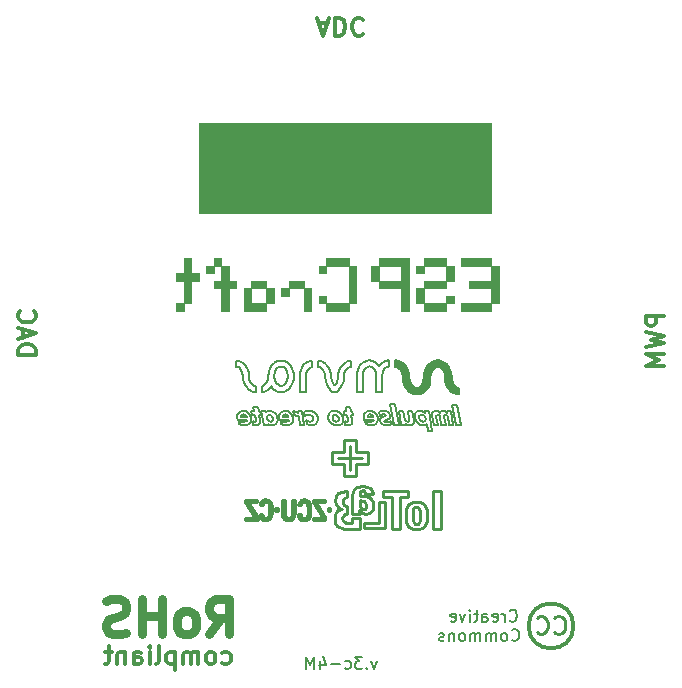
<source format=gbr>
G04 #@! TF.GenerationSoftware,KiCad,Pcbnew,(5.1.9)-1*
G04 #@! TF.CreationDate,2022-02-01T14:59:44+01:00*
G04 #@! TF.ProjectId,ESPCraft,45535043-7261-4667-942e-6b696361645f,rev?*
G04 #@! TF.SameCoordinates,Original*
G04 #@! TF.FileFunction,Legend,Bot*
G04 #@! TF.FilePolarity,Positive*
%FSLAX46Y46*%
G04 Gerber Fmt 4.6, Leading zero omitted, Abs format (unit mm)*
G04 Created by KiCad (PCBNEW (5.1.9)-1) date 2022-02-01 14:59:44*
%MOMM*%
%LPD*%
G01*
G04 APERTURE LIST*
%ADD10C,0.100000*%
%ADD11C,0.244999*%
%ADD12C,0.160000*%
%ADD13C,0.200000*%
%ADD14C,0.300000*%
%ADD15C,0.150000*%
%ADD16C,0.250000*%
%ADD17C,0.750000*%
G04 APERTURE END LIST*
D10*
G36*
X151993600Y-104571800D02*
G01*
X152323800Y-104724200D01*
X152552400Y-104952800D01*
X152704800Y-105257600D01*
X152831800Y-105613200D01*
X152882600Y-106045000D01*
X152984200Y-106426000D01*
X153212800Y-106730800D01*
X153490995Y-106860804D01*
X153492200Y-107391200D01*
X153254524Y-107376630D01*
X152984200Y-107264200D01*
X152781000Y-107111800D01*
X152628600Y-106908600D01*
X152450800Y-106629200D01*
X152374600Y-106375200D01*
X152323800Y-106070400D01*
X152298400Y-105765600D01*
X152247600Y-105511600D01*
X152120600Y-105333800D01*
X151968200Y-105181400D01*
X151790400Y-105079800D01*
X151579244Y-105086514D01*
X151384000Y-105206800D01*
X151231600Y-105410000D01*
X151130000Y-105638600D01*
X151079200Y-105841800D01*
X151079200Y-106095800D01*
X151053800Y-106299000D01*
X151003000Y-106527600D01*
X150850600Y-106832400D01*
X150647400Y-107111800D01*
X150418800Y-107264200D01*
X150164800Y-107365800D01*
X149809200Y-107391200D01*
X149529800Y-107315000D01*
X149275800Y-107188000D01*
X149085018Y-106982245D01*
X148894800Y-106705400D01*
X148818600Y-106426000D01*
X148742400Y-106045000D01*
X148717000Y-105791000D01*
X148640800Y-105460800D01*
X148412200Y-105181400D01*
X148132800Y-105054400D01*
X148132800Y-104546400D01*
X148285200Y-104546400D01*
X148539200Y-104622600D01*
X148767800Y-104749600D01*
X148945600Y-104927400D01*
X149123400Y-105156000D01*
X149199600Y-105486200D01*
X149275800Y-105841800D01*
X149326600Y-106248200D01*
X149453600Y-106578400D01*
X149707600Y-106832400D01*
X149961600Y-106857800D01*
X150190200Y-106756200D01*
X150368000Y-106578400D01*
X150469600Y-106299000D01*
X150545800Y-105816400D01*
X150596600Y-105511600D01*
X150698200Y-105206800D01*
X150876000Y-104952800D01*
X151079200Y-104749600D01*
X151358600Y-104571800D01*
X151663400Y-104521000D01*
X151993600Y-104571800D01*
G37*
X151993600Y-104571800D02*
X152323800Y-104724200D01*
X152552400Y-104952800D01*
X152704800Y-105257600D01*
X152831800Y-105613200D01*
X152882600Y-106045000D01*
X152984200Y-106426000D01*
X153212800Y-106730800D01*
X153490995Y-106860804D01*
X153492200Y-107391200D01*
X153254524Y-107376630D01*
X152984200Y-107264200D01*
X152781000Y-107111800D01*
X152628600Y-106908600D01*
X152450800Y-106629200D01*
X152374600Y-106375200D01*
X152323800Y-106070400D01*
X152298400Y-105765600D01*
X152247600Y-105511600D01*
X152120600Y-105333800D01*
X151968200Y-105181400D01*
X151790400Y-105079800D01*
X151579244Y-105086514D01*
X151384000Y-105206800D01*
X151231600Y-105410000D01*
X151130000Y-105638600D01*
X151079200Y-105841800D01*
X151079200Y-106095800D01*
X151053800Y-106299000D01*
X151003000Y-106527600D01*
X150850600Y-106832400D01*
X150647400Y-107111800D01*
X150418800Y-107264200D01*
X150164800Y-107365800D01*
X149809200Y-107391200D01*
X149529800Y-107315000D01*
X149275800Y-107188000D01*
X149085018Y-106982245D01*
X148894800Y-106705400D01*
X148818600Y-106426000D01*
X148742400Y-106045000D01*
X148717000Y-105791000D01*
X148640800Y-105460800D01*
X148412200Y-105181400D01*
X148132800Y-105054400D01*
X148132800Y-104546400D01*
X148285200Y-104546400D01*
X148539200Y-104622600D01*
X148767800Y-104749600D01*
X148945600Y-104927400D01*
X149123400Y-105156000D01*
X149199600Y-105486200D01*
X149275800Y-105841800D01*
X149326600Y-106248200D01*
X149453600Y-106578400D01*
X149707600Y-106832400D01*
X149961600Y-106857800D01*
X150190200Y-106756200D01*
X150368000Y-106578400D01*
X150469600Y-106299000D01*
X150545800Y-105816400D01*
X150596600Y-105511600D01*
X150698200Y-105206800D01*
X150876000Y-104952800D01*
X151079200Y-104749600D01*
X151358600Y-104571800D01*
X151663400Y-104521000D01*
X151993600Y-104571800D01*
D11*
X143256000Y-112776000D02*
X145288000Y-112776000D01*
X144272000Y-111760000D02*
X144272000Y-113792000D01*
X144780000Y-112268000D02*
X144780000Y-111252000D01*
X145796000Y-112268000D02*
X144780000Y-112268000D01*
X145796000Y-113284000D02*
X145796000Y-112268000D01*
X144780000Y-113284000D02*
X145796000Y-113284000D01*
X144780000Y-114300000D02*
X144780000Y-113284000D01*
X143764000Y-114300000D02*
X144780000Y-114300000D01*
X143764000Y-113284000D02*
X143764000Y-114300000D01*
X142748000Y-113284000D02*
X143764000Y-113284000D01*
X142748000Y-112268000D02*
X142748000Y-113284000D01*
X143764000Y-112268000D02*
X142748000Y-112268000D01*
X143764000Y-111252000D02*
X143764000Y-112268000D01*
X144780000Y-111252000D02*
X143764000Y-111252000D01*
X147269200Y-118745000D02*
X145465800Y-118745000D01*
X147269200Y-116484400D02*
X147269200Y-118745000D01*
X146710400Y-116484400D02*
X147269200Y-116484400D01*
X146710400Y-118262400D02*
X146710400Y-116484400D01*
X145465800Y-118262400D02*
X146710400Y-118262400D01*
X145465800Y-118745000D02*
X145465800Y-118262400D01*
X149883756Y-118411571D02*
X149743196Y-118378678D01*
X150644643Y-116832802D02*
X150530233Y-116694785D01*
X149607676Y-116521146D02*
X149395403Y-116588624D01*
X150159669Y-116521146D02*
X149883660Y-116498637D01*
X149395403Y-116588624D02*
X149237087Y-116694785D01*
X150371819Y-116588624D02*
X150159669Y-116521146D01*
X149404293Y-118719461D02*
X149614354Y-118785296D01*
X150530233Y-116694785D02*
X150371819Y-116588624D01*
X150638025Y-118475282D02*
X150761299Y-118101605D01*
X150522183Y-118614336D02*
X150638025Y-118475282D01*
X149237087Y-116694785D02*
X149122776Y-116832802D01*
X150125762Y-117067997D02*
X150163199Y-117285505D01*
X149883756Y-118807274D02*
X149883756Y-118807274D01*
X151955914Y-115587893D02*
X151291831Y-115587893D01*
X149006317Y-118101605D02*
X149129395Y-118475282D01*
X148478653Y-118763415D02*
X148478653Y-116115868D01*
X150039924Y-116938005D02*
X150125762Y-117067997D01*
X147814458Y-118763415D02*
X148478653Y-118763415D01*
X147814458Y-116115868D02*
X147814458Y-118763415D01*
X147075504Y-116115868D02*
X147814458Y-116115868D01*
X147075504Y-115587893D02*
X147075504Y-116115868D01*
X150789747Y-117624212D02*
X150763472Y-117190971D01*
X149883756Y-118411571D02*
X149883756Y-118411571D01*
X149883660Y-116498637D02*
X149607676Y-116521146D01*
X150112526Y-118255601D02*
X150026786Y-118378678D01*
X150169520Y-117589049D02*
X150156580Y-118004705D01*
X150761299Y-118101605D02*
X150789747Y-117624212D01*
X149729959Y-116938005D02*
X149883855Y-116894345D01*
X149604314Y-117285505D02*
X149641751Y-117067997D01*
X148977573Y-117624212D02*
X149006317Y-118101605D01*
X151291831Y-118763415D02*
X151955914Y-118763415D01*
X151955914Y-118763415D02*
X151955914Y-115587893D01*
X149245508Y-118614336D02*
X149404293Y-118719461D01*
X150763472Y-117190971D02*
X150644643Y-116832802D01*
X149122776Y-116832802D02*
X149004144Y-117190971D01*
X150363225Y-118719461D02*
X150522183Y-118614336D01*
X151955914Y-118763415D02*
X151955914Y-118763415D01*
X150156580Y-118004705D02*
X150112526Y-118255601D01*
X149004144Y-117190971D02*
X148977573Y-117624212D01*
X150163199Y-117285505D02*
X150169520Y-117589049D01*
X150026786Y-118378678D02*
X149883756Y-118411571D01*
X149743196Y-118378678D02*
X149655086Y-118255601D01*
X149883756Y-118807274D02*
X150153197Y-118785296D01*
X149883855Y-116894345D02*
X150039924Y-116938005D01*
X149129395Y-118475282D02*
X149245508Y-118614336D01*
X150153197Y-118785296D02*
X150363225Y-118719461D01*
X151291831Y-115587893D02*
X151291831Y-118763415D01*
X149655086Y-118255601D02*
X149611031Y-118004705D01*
X149597993Y-117589049D02*
X149604314Y-117285505D01*
X149614354Y-118785296D02*
X149883756Y-118807274D01*
X149641751Y-117067997D02*
X149729959Y-116938005D01*
X149611031Y-118004705D02*
X149597993Y-117589049D01*
X135401743Y-116327058D02*
X135401743Y-116543288D01*
X136412368Y-116327058D02*
X135401743Y-116327058D01*
X137312509Y-116321136D02*
X137087197Y-116291701D01*
X137063396Y-116478589D02*
X137105575Y-116474934D01*
X136950703Y-117824336D02*
X136873064Y-117718545D01*
X136440718Y-117779688D02*
X135617900Y-116519681D01*
X136240889Y-117836090D02*
X135382598Y-117836090D01*
X136412368Y-116515043D02*
X136412368Y-116327058D01*
X135617868Y-116515043D02*
X136412368Y-116515043D01*
X135617900Y-116519681D02*
X135617868Y-116515043D01*
X136920057Y-118039477D02*
X137021107Y-118056960D01*
X137484184Y-116421100D02*
X137312509Y-116321136D01*
X137269138Y-118046490D02*
X137443184Y-117970036D01*
X137039702Y-117868983D02*
X136950703Y-117824336D01*
X138175423Y-117297850D02*
X138175423Y-117053375D01*
X137632153Y-116907481D02*
X137593433Y-116610259D01*
X136810513Y-117992360D02*
X136920057Y-118039477D01*
X136641504Y-117749169D02*
X136712031Y-117900793D01*
X137954083Y-117053375D02*
X137954083Y-117297850D01*
X137362001Y-116606605D02*
X137372669Y-116629028D01*
X137443184Y-117970036D02*
X137578411Y-117770307D01*
X135401673Y-116543288D02*
X136240889Y-117836090D01*
X136616908Y-117523264D02*
X136641504Y-117749169D01*
X136840368Y-117523261D02*
X136616908Y-117523264D01*
X136873064Y-117718545D02*
X136840368Y-117523261D01*
X137323194Y-117801913D02*
X137226984Y-117864341D01*
X137344320Y-116576083D02*
X137362001Y-116606605D01*
X136866039Y-116794875D02*
X136872953Y-116654907D01*
X136440718Y-118024163D02*
X136440718Y-117779688D01*
X135382598Y-118024163D02*
X136440718Y-118024163D01*
X137411292Y-116959241D02*
X137411303Y-117412926D01*
X135382598Y-117836090D02*
X135382598Y-118024163D01*
X137411303Y-117412926D02*
X137387597Y-117661056D01*
X137954083Y-117297850D02*
X137954083Y-117297850D01*
X136866039Y-116794777D02*
X136866039Y-116794875D01*
X136872195Y-116323754D02*
X136730907Y-116419816D01*
X137021107Y-118056960D02*
X137096277Y-118059430D01*
X137105575Y-116474934D02*
X137221243Y-116492615D01*
X136656688Y-116577625D02*
X136642995Y-116794774D01*
X136730907Y-116419816D02*
X136656688Y-116577625D01*
X137593433Y-116610259D02*
X137484184Y-116421100D01*
X137954083Y-117297850D02*
X138175423Y-117297850D01*
X137389067Y-116680787D02*
X137404377Y-116784108D01*
X137108155Y-117878367D02*
X137039702Y-117868983D01*
X137298685Y-116532620D02*
X137344320Y-116576083D01*
X137226984Y-117864341D02*
X137108155Y-117878367D01*
X137387597Y-117661056D02*
X137323194Y-117801913D01*
X138175423Y-117053375D02*
X137954083Y-117053375D01*
X137221243Y-116492615D02*
X137298685Y-116532620D01*
X137010550Y-116491430D02*
X137063396Y-116478589D01*
X136642995Y-116794774D02*
X136866039Y-116794777D01*
X137632146Y-117387246D02*
X137632153Y-116907481D01*
X137087197Y-116291701D02*
X136872195Y-116323754D01*
X137096277Y-118059430D02*
X137269138Y-118046490D01*
X137578411Y-117770307D02*
X137632146Y-117387246D01*
X136915427Y-116547832D02*
X136957605Y-116513853D01*
X136712031Y-117900793D02*
X136810513Y-117992360D01*
X137404377Y-116784108D02*
X137411292Y-116959241D01*
X137372669Y-116629028D02*
X137389067Y-116680787D01*
X136957605Y-116513853D02*
X137010550Y-116491430D01*
X139578853Y-116327163D02*
X139578853Y-116327163D01*
X136872953Y-116654907D02*
X136915427Y-116547832D01*
X135401743Y-116543288D02*
X135401673Y-116543288D01*
X140215592Y-117824336D02*
X140138150Y-117718545D01*
X139280657Y-118021594D02*
X139446814Y-117907802D01*
X139181487Y-117858516D02*
X139045075Y-117878469D01*
X140708306Y-117970036D02*
X140843236Y-117770307D01*
X140373340Y-117878367D02*
X140305183Y-117868983D01*
X138727793Y-116327163D02*
X138511388Y-116327163D01*
X139045075Y-117878469D02*
X138908663Y-117858516D01*
X139578880Y-117403641D02*
X139578853Y-116327163D01*
X139341310Y-117642192D02*
X139280068Y-117785716D01*
X138908663Y-117858516D02*
X138809885Y-117785716D01*
X139545777Y-117705987D02*
X139578880Y-117403641D01*
X138643158Y-117907802D02*
X138809487Y-118021594D01*
X139446814Y-117907802D02*
X139545777Y-117705987D01*
X139045084Y-118059525D02*
X139280657Y-118021594D01*
X139280068Y-117785716D02*
X139181487Y-117858516D01*
X139578853Y-116327163D02*
X139362448Y-116327163D01*
X140105258Y-117523261D02*
X139882128Y-117523264D01*
X139995892Y-116419816D02*
X139921451Y-116577625D01*
X140361497Y-118059430D02*
X140534358Y-118046490D01*
X140609515Y-116576083D02*
X140627098Y-116606605D01*
X140138150Y-117718545D02*
X140105258Y-117523261D01*
X140137256Y-116323754D02*
X139995892Y-116419816D01*
X139977153Y-117900793D02*
X140075733Y-117992360D01*
X140305183Y-117868983D02*
X140215592Y-117824336D01*
X140749271Y-116421100D02*
X140577595Y-116321136D01*
X139882128Y-117523264D02*
X139906625Y-117749169D01*
X140858222Y-116610259D02*
X140749271Y-116421100D01*
X140534358Y-118046490D02*
X140708306Y-117970036D01*
X140588082Y-117801913D02*
X140491774Y-117864341D01*
X140222800Y-116513853D02*
X140275646Y-116491430D01*
X140286031Y-118056960D02*
X140361497Y-118059430D01*
X140653078Y-117661056D02*
X140588082Y-117801913D01*
X140328493Y-116478589D02*
X140370769Y-116474934D01*
X138511388Y-117403641D02*
X138544306Y-117705987D01*
X138809885Y-117785716D02*
X138748841Y-117642192D01*
X140370769Y-116474934D02*
X140486043Y-116492615D01*
X138511388Y-116327163D02*
X138511388Y-117403641D01*
X138727801Y-117413028D02*
X138727793Y-116327163D01*
X139362448Y-117413028D02*
X139341310Y-117642192D01*
X140563485Y-116532620D02*
X140609515Y-116576083D01*
X139907684Y-116794774D02*
X140130838Y-116794777D01*
X140351888Y-116291701D02*
X140137256Y-116323754D01*
X140577595Y-116321136D02*
X140351888Y-116291701D01*
X140897366Y-117387246D02*
X140897338Y-116907481D01*
X140185179Y-118039477D02*
X140286031Y-118056960D01*
X140676488Y-117412926D02*
X140653078Y-117661056D01*
X140275646Y-116491430D02*
X140328493Y-116478589D01*
X140486043Y-116492615D02*
X140563485Y-116532620D01*
X140669275Y-116784108D02*
X140676486Y-116959241D01*
X139362448Y-116327163D02*
X139362448Y-117413028D01*
X140897338Y-116907481D02*
X140858222Y-116610259D01*
X140637766Y-116629028D02*
X140653965Y-116680787D01*
X138809487Y-118021594D02*
X139045084Y-118059525D01*
X138544306Y-117705987D02*
X138643158Y-117907802D01*
X140676486Y-116959241D02*
X140676488Y-117412926D01*
X140627098Y-116606605D02*
X140637766Y-116629028D01*
X138748841Y-117642192D02*
X138727801Y-117413028D01*
X140130838Y-116794777D02*
X140130838Y-116794875D01*
X140491774Y-117864341D02*
X140373340Y-117878367D01*
X140075733Y-117992360D02*
X140185179Y-118039477D01*
X139906625Y-117749169D02*
X139977153Y-117900793D01*
X140653965Y-116680787D02*
X140669275Y-116784108D01*
X139921451Y-116577625D02*
X139907684Y-116794774D01*
X140843236Y-117770307D02*
X140897366Y-117387246D01*
X143685175Y-118084419D02*
X143810721Y-118218164D01*
X143632625Y-117867405D02*
X143685175Y-118084419D01*
X141365253Y-116515043D02*
X142159718Y-116515043D01*
X143353563Y-118644982D02*
X143159563Y-118499878D01*
X143949093Y-118763713D02*
X143780085Y-118757391D01*
X144016573Y-116885651D02*
X144016573Y-117512694D01*
X142394638Y-117053375D02*
X142394638Y-117297850D01*
X141129983Y-117836090D02*
X141129983Y-118024163D01*
X144459393Y-118275554D02*
X144459393Y-117897137D01*
X142159718Y-116327058D02*
X141149128Y-116327058D01*
X142187788Y-118024163D02*
X142187788Y-117779688D01*
X142615978Y-117297850D02*
X142615978Y-117053375D01*
X143780085Y-118757391D02*
X143571170Y-118724004D01*
X145123868Y-118763713D02*
X143949093Y-118763713D01*
X143656220Y-117718831D02*
X143632625Y-117867405D01*
X143667789Y-116481056D02*
X143700584Y-116674463D01*
X142994713Y-117624113D02*
X142994713Y-117624113D01*
X144014894Y-116885650D02*
X144016573Y-116885651D01*
X144089867Y-118275554D02*
X144459393Y-118275554D01*
X141365267Y-116519681D02*
X141365253Y-116515043D01*
X142187788Y-117779688D02*
X141365267Y-116519681D01*
X141129983Y-118024163D02*
X142187788Y-118024163D01*
X143694632Y-116320469D02*
X143667789Y-116481056D01*
X143841305Y-117540623D02*
X143727155Y-117615818D01*
X142394638Y-117297850D02*
X142394638Y-117297850D01*
X143810721Y-118218164D02*
X143959974Y-118269035D01*
X144016573Y-117512694D02*
X143841305Y-117540623D01*
X142615978Y-117053375D02*
X142394638Y-117053375D01*
X142968428Y-117923806D02*
X142994713Y-117624113D01*
X142394638Y-117297850D02*
X142615978Y-117297850D01*
X144016573Y-115587893D02*
X144016573Y-116077648D01*
X143571170Y-118724004D02*
X143353563Y-118644982D01*
X144459393Y-117897137D02*
X145123868Y-117897137D01*
X143727155Y-117615818D02*
X143656220Y-117718831D01*
X142159718Y-116515043D02*
X142159718Y-116327058D01*
X143775260Y-116190848D02*
X143694632Y-116320469D01*
X140180326Y-116547832D02*
X140222800Y-116513853D01*
X140138049Y-116654907D02*
X140180326Y-116547832D01*
X143159563Y-118499878D02*
X143021571Y-118266565D01*
X144016573Y-116077648D02*
X143775260Y-116190848D01*
X141988239Y-117836090D02*
X141129983Y-117836090D01*
X141149023Y-116543288D02*
X141988239Y-117836090D01*
X143021571Y-118266565D02*
X142968428Y-117923806D01*
X143700584Y-116674463D02*
X143786619Y-116799614D01*
X143786619Y-116799614D02*
X143900707Y-116865993D01*
X140130838Y-116794875D02*
X140138049Y-116654907D01*
X145123868Y-117897137D02*
X145123868Y-118763713D01*
X141149128Y-116543288D02*
X141149023Y-116543288D01*
X143900707Y-116865993D02*
X144014894Y-116885650D01*
X141149128Y-116327058D02*
X141149128Y-116543288D01*
X143959974Y-118269035D02*
X144089867Y-118275554D01*
X143021587Y-116410431D02*
X143093596Y-115994970D01*
X143324081Y-117023853D02*
X143155332Y-116872217D01*
X145567764Y-115863022D02*
X146184543Y-115862993D01*
X143291942Y-115743976D02*
X143586200Y-115620800D01*
X145919028Y-117454315D02*
X146104433Y-117299925D01*
X145076339Y-116377143D02*
X145293057Y-116385935D01*
X144488433Y-115630372D02*
X144459392Y-115920779D01*
X143093596Y-115994970D02*
X143291942Y-115743976D01*
X143054863Y-116664327D02*
X143021587Y-116410431D01*
X143155332Y-116872217D02*
X143054863Y-116664327D01*
X145505447Y-116035077D02*
X145076456Y-116023817D01*
X142994713Y-117624113D02*
X143089244Y-117382503D01*
X145093723Y-116842090D02*
X145073671Y-116598307D01*
X145083062Y-115717621D02*
X145116448Y-115612423D01*
X145639585Y-117512594D02*
X145919028Y-117454315D01*
X145560948Y-115733031D02*
X145567764Y-115863022D01*
X145183216Y-117040633D02*
X145093723Y-116842090D01*
X146213780Y-116542263D02*
X146139993Y-116354524D01*
X145878628Y-116124175D02*
X145505447Y-116035077D01*
X145460689Y-115547625D02*
X145531908Y-115623684D01*
X145116448Y-115612423D02*
X145194681Y-115543180D01*
X143562092Y-117118371D02*
X143562098Y-117109777D01*
X145076339Y-116377143D02*
X145076339Y-116377143D01*
X144611312Y-115388959D02*
X144488433Y-115630372D01*
X146238376Y-116792899D02*
X146213780Y-116542263D01*
X146104433Y-117299925D02*
X146207064Y-117072341D01*
X145040204Y-117168355D02*
X145049388Y-117168353D01*
X146207064Y-117072341D02*
X146238376Y-116792899D01*
X145621196Y-116765933D02*
X145614875Y-116891084D01*
X144459393Y-117512200D02*
X145123868Y-117512200D01*
X149217608Y-115587893D02*
X147075504Y-115587893D01*
X145073671Y-116598307D02*
X145076339Y-116377143D01*
X145583562Y-117005073D02*
X145512146Y-117090121D01*
X147075504Y-115587893D02*
X147075504Y-115587893D01*
X144459392Y-115920779D02*
X144459393Y-117512200D01*
X146124585Y-115523198D02*
X145952317Y-115312999D01*
X145076456Y-116023817D02*
X145076443Y-115849588D01*
X145293057Y-116385935D02*
X145467004Y-116424063D01*
X145389266Y-117123508D02*
X145183216Y-117040633D01*
X145123868Y-117512200D02*
X145123868Y-117512298D01*
X145512146Y-117090121D02*
X145389266Y-117123508D01*
X145952317Y-115312999D02*
X145695199Y-115199109D01*
X148478653Y-116115868D02*
X149217608Y-116115868D01*
X145695199Y-115199109D02*
X145362318Y-115165623D01*
X145293073Y-117427447D02*
X145639585Y-117512594D01*
X145049388Y-117168353D02*
X145293073Y-117427447D01*
X145123868Y-117512298D02*
X145040204Y-117168355D01*
X145467004Y-116424063D02*
X145581290Y-116535781D01*
X145531908Y-115623684D02*
X145560948Y-115733031D01*
X144883840Y-115225976D02*
X144611312Y-115388959D01*
X145581290Y-116535781D02*
X145621196Y-116765933D01*
X145331093Y-115518486D02*
X145460689Y-115547625D01*
X145362318Y-115165623D02*
X144883840Y-115225976D01*
X145076443Y-115849588D02*
X145083062Y-115717621D01*
X143089244Y-117382503D02*
X143271883Y-117210728D01*
X145194681Y-115543180D02*
X145331093Y-115518486D01*
X145614875Y-116891084D02*
X145583562Y-117005073D01*
X149217608Y-116115868D02*
X149217608Y-115587893D01*
X146184543Y-115862993D02*
X146124585Y-115523198D01*
X143562098Y-117109777D02*
X143324081Y-117023853D01*
X143271883Y-117210728D02*
X143562092Y-117118371D01*
X146139993Y-116354524D02*
X145878628Y-116124175D01*
X143944863Y-115587907D02*
X144016573Y-115587893D01*
X143586200Y-115620800D02*
X143944863Y-115587907D01*
D12*
X137370470Y-105630887D02*
X137357488Y-105743776D01*
X143433465Y-105193269D02*
X143334256Y-105432166D01*
X143334256Y-105432166D02*
X143271573Y-105690906D01*
X142730491Y-106304365D02*
X142677939Y-105965036D01*
X143239093Y-106136262D02*
X143197857Y-106304271D01*
X137858714Y-104742454D02*
X137858722Y-104739064D01*
X137791545Y-104796076D02*
X137858714Y-104742454D01*
X142020477Y-104667495D02*
X141818226Y-104580969D01*
X137606408Y-105008306D02*
X137791545Y-104796076D01*
X137491106Y-105215635D02*
X137606408Y-105008306D01*
X144326684Y-105059109D02*
X144326681Y-104551104D01*
X137411110Y-105438976D02*
X137491106Y-105215635D01*
X137360875Y-105735309D02*
X137370470Y-105630887D01*
X137357488Y-105743776D02*
X137354101Y-105836344D01*
X137354101Y-105836344D02*
X137360875Y-105735309D01*
X137360875Y-105735309D02*
X137370470Y-105630887D01*
X142494196Y-105192292D02*
X142362768Y-104980294D01*
X143907185Y-104668403D02*
X143724235Y-104804112D01*
X142677939Y-105965036D02*
X142656088Y-105691800D01*
X143127379Y-106462260D02*
X143029023Y-106606244D01*
X142656088Y-105691800D02*
X142593405Y-105431840D01*
X144212456Y-105079272D02*
X144326684Y-105059109D01*
X137394177Y-105512918D02*
X137411110Y-105438976D01*
X137354101Y-105836344D02*
X137360875Y-105735309D01*
X142203426Y-104802982D02*
X142020477Y-104667495D01*
X137354101Y-105869644D02*
X137354101Y-105836344D01*
X143271573Y-105690906D02*
X143249721Y-105962214D01*
X144109436Y-104581642D02*
X143907185Y-104668403D01*
X144326681Y-104551104D02*
X144109436Y-104581642D01*
X139257133Y-105016492D02*
X139261923Y-105018476D01*
X139255149Y-105011702D02*
X139257133Y-105016492D01*
X143249721Y-105962214D02*
X143239093Y-106136262D01*
X139091619Y-104813944D02*
X139255149Y-105011702D01*
X142593405Y-105431840D02*
X142494196Y-105192292D01*
X137373857Y-105617340D02*
X137380630Y-105573878D01*
X138431062Y-104537004D02*
X138675236Y-104569980D01*
X141600979Y-104550540D02*
X141600981Y-104550544D01*
X138128119Y-104590527D02*
X138431062Y-104537004D01*
X137380630Y-105573878D02*
X137394177Y-105512918D01*
X142894121Y-106606244D02*
X142730491Y-106304365D01*
X138896868Y-104664498D02*
X139091619Y-104813944D01*
X138675236Y-104569980D02*
X138896868Y-104664498D01*
X143029023Y-106606244D02*
X142961572Y-106635946D01*
X141818226Y-104580969D02*
X141600979Y-104550540D01*
X142362768Y-104980294D02*
X142203426Y-104802982D01*
X142961572Y-106635946D02*
X142894121Y-106606244D01*
X143197857Y-106304271D02*
X143127379Y-106462260D01*
X137858722Y-104739064D02*
X138128119Y-104590527D01*
X143724235Y-104804112D02*
X143564893Y-104981493D01*
X137370470Y-105630887D02*
X137373857Y-105617340D01*
X143564893Y-104981493D02*
X143433465Y-105193269D01*
X137354101Y-105836344D02*
X137354101Y-105836344D01*
X140490288Y-104778728D02*
X140330982Y-104941704D01*
X142311687Y-106614575D02*
X142471134Y-106878753D01*
X142004136Y-105340767D02*
X142127396Y-105630044D01*
X135874763Y-106453920D02*
X135750648Y-106191586D01*
X140978453Y-105075466D02*
X141092987Y-105058552D01*
X136163579Y-106680188D02*
X136056982Y-106631693D01*
X140016021Y-107205684D02*
X140520641Y-107205684D01*
X135682961Y-105603912D02*
X135620288Y-105353819D01*
X135218920Y-106140409D02*
X135282268Y-106390262D01*
X135704795Y-105872472D02*
X135682961Y-105603912D01*
X135521023Y-105127539D02*
X135389412Y-104930416D01*
X141600981Y-105058544D02*
X141715330Y-105078829D01*
X140673247Y-104655584D02*
X140490288Y-104778728D01*
X135196807Y-105872472D02*
X135218920Y-106140409D01*
X140875574Y-104577711D02*
X140673247Y-104655584D01*
X140520641Y-107205684D02*
X140520641Y-105883204D01*
X144105862Y-105136279D02*
X144212456Y-105079272D01*
X143617388Y-106612318D02*
X143720973Y-106302632D01*
X140566017Y-105563852D02*
X140689340Y-105301545D01*
X140871399Y-105123904D02*
X140978453Y-105075466D01*
X135674876Y-106976942D02*
X135858318Y-107100085D01*
X135151431Y-105553447D02*
X135196807Y-105872472D01*
X136060572Y-107177958D02*
X136277153Y-107205124D01*
X140016021Y-105883204D02*
X140016021Y-107205684D01*
X143249724Y-107083205D02*
X143456971Y-106876495D01*
X141822243Y-105136156D02*
X142004136Y-105340767D01*
X135229703Y-104767794D02*
X135046142Y-104645018D01*
X135620288Y-105353819D02*
X135521023Y-105127539D01*
X136277153Y-107205124D02*
X136277141Y-106697124D01*
X140689340Y-105301545D02*
X140871399Y-105123904D01*
X140520641Y-105883204D02*
X140566017Y-105563852D01*
X136277141Y-106697124D02*
X136163579Y-106680188D01*
X135750648Y-106191586D02*
X135704795Y-105872472D01*
X143456971Y-106876495D02*
X143617388Y-106612318D01*
X135858318Y-107100085D02*
X136060572Y-107177958D01*
X136056982Y-106631693D02*
X135874763Y-106453920D01*
X142962421Y-107207498D02*
X143145301Y-107157147D01*
X134624449Y-104540384D02*
X134624461Y-104540384D01*
X143924940Y-105339919D02*
X144105862Y-105136279D01*
X140016021Y-105883196D02*
X140016021Y-105883204D01*
X143802650Y-105628226D02*
X143924940Y-105339919D01*
X143757724Y-105959397D02*
X143802650Y-105628226D01*
X142172763Y-105961654D02*
X142209073Y-106304890D01*
X140100477Y-105365408D02*
X140037850Y-105615260D01*
X135514731Y-106813965D02*
X135674876Y-106976942D01*
X135046142Y-104645018D02*
X134842975Y-104567434D01*
X143720973Y-106302632D02*
X143757724Y-105959397D01*
X143145301Y-107157147D02*
X143249724Y-107083205D01*
X134842975Y-104567434D02*
X134624449Y-104540384D01*
X142127396Y-105630044D02*
X142172763Y-105961654D01*
X141600981Y-104550544D02*
X141600981Y-105058544D01*
X142209073Y-106304890D02*
X142311687Y-106614575D01*
X135389412Y-104930416D02*
X135229703Y-104767794D01*
X135382366Y-106616593D02*
X135514731Y-106813965D01*
X142779541Y-107157147D02*
X142962421Y-107207498D01*
X142677941Y-107085462D02*
X142779541Y-107157147D01*
X140037850Y-105615260D02*
X140016021Y-105883196D01*
X140199616Y-105139077D02*
X140100477Y-105365408D01*
X142471134Y-106878753D02*
X142677941Y-107085462D01*
X141092981Y-104550544D02*
X140875574Y-104577711D01*
X141715330Y-105078829D02*
X141822243Y-105136156D01*
X135282268Y-106390262D02*
X135382366Y-106616593D01*
X141092987Y-105058552D02*
X141092981Y-104550544D01*
X140330982Y-104941704D02*
X140199616Y-105139077D01*
X135112706Y-110001380D02*
X135357674Y-110024522D01*
X146736301Y-105002108D02*
X146571890Y-104802392D01*
X146903068Y-104802392D02*
X146736301Y-105002108D01*
X145690381Y-105097280D02*
X145797295Y-105048906D01*
X135475503Y-109692912D02*
X135252123Y-109738350D01*
X135471166Y-109207748D02*
X135507805Y-109290746D01*
X147101003Y-104651942D02*
X146903068Y-104802392D01*
X147564327Y-105032016D02*
X147564341Y-104524024D01*
X146315080Y-105274939D02*
X146438534Y-105537079D01*
X135047217Y-109252364D02*
X135091808Y-109132702D01*
X135748834Y-109902038D02*
X135748821Y-109902038D01*
X134905556Y-109944936D02*
X135112706Y-110001380D01*
X135044973Y-109719159D02*
X134854756Y-109666665D01*
X135357674Y-110024522D02*
X135564326Y-109998639D01*
X135028109Y-105291307D02*
X135151431Y-105553447D01*
X144834689Y-105856112D02*
X144834681Y-105856104D01*
X146483981Y-107185365D02*
X146991981Y-107185365D01*
X144919224Y-105338570D02*
X144856541Y-105588339D01*
X135410416Y-109143704D02*
X135471166Y-109207748D01*
X145911643Y-105032016D02*
X146026016Y-105048929D01*
X135507805Y-109290746D02*
X135047217Y-109290746D01*
X134846050Y-105113728D02*
X135028109Y-105291307D01*
X145797295Y-105048906D02*
X145911643Y-105032016D01*
X134738996Y-105065297D02*
X134846050Y-105113728D01*
X144856541Y-105588339D02*
X144834689Y-105856112D01*
X146026016Y-105048929D02*
X146132994Y-105097360D01*
X146438534Y-105537079D02*
X146483989Y-105856104D01*
X135532952Y-109635956D02*
X135475503Y-109692912D01*
X145018433Y-105112270D02*
X144919224Y-105338570D01*
X147344168Y-105097280D02*
X147450765Y-105048906D01*
X145508489Y-105274727D02*
X145690381Y-105097280D01*
X144834681Y-107185365D02*
X145339862Y-107185365D01*
X145339862Y-107185365D02*
X145339862Y-105856104D01*
X145149861Y-104914902D02*
X145018433Y-105112270D01*
X135252123Y-109738350D02*
X135044973Y-109719159D01*
X145309203Y-104751930D02*
X145149861Y-104914902D01*
X134854756Y-109666665D02*
X134905556Y-109944936D01*
X135331896Y-109103369D02*
X135410416Y-109143704D01*
X146991981Y-105856104D02*
X147037834Y-105536840D01*
X144834681Y-105856104D02*
X144834681Y-107185365D01*
X135047217Y-109290746D02*
X135047217Y-109252364D01*
X147564341Y-104524024D02*
X147323597Y-104557053D01*
X147323597Y-104557053D02*
X147101003Y-104651942D01*
X145339862Y-105856104D02*
X145385229Y-105536840D01*
X134624461Y-104540384D02*
X134624461Y-105048384D01*
X134745803Y-109556032D02*
X135554101Y-109556034D01*
X135564326Y-109998639D02*
X135748834Y-109902038D01*
X145385229Y-105536840D02*
X145508489Y-105274727D01*
X145694404Y-104551027D02*
X145492153Y-104628817D01*
X147450765Y-105048906D02*
X147564327Y-105032016D01*
X145492153Y-104628817D02*
X145309203Y-104751930D01*
X146132994Y-105097360D02*
X146315080Y-105274939D01*
X134624461Y-105048384D02*
X134738996Y-105065297D01*
X145911649Y-104524024D02*
X145694404Y-104551027D01*
X135091808Y-109132702D02*
X135241951Y-109091498D01*
X146153531Y-104557053D02*
X145911649Y-104524024D01*
X146375622Y-104651941D02*
X146153531Y-104557053D01*
X147161949Y-105274727D02*
X147344168Y-105097280D01*
X135241951Y-109091498D02*
X135331896Y-109103369D01*
X146571890Y-104802392D02*
X146375622Y-104651941D01*
X147037834Y-105536840D02*
X147161949Y-105274727D01*
X146483989Y-105856104D02*
X146483981Y-107185365D01*
X135554101Y-109556034D02*
X135532952Y-109635956D01*
X146991981Y-107185365D02*
X146991981Y-105856104D01*
X136754661Y-108836924D02*
X136971971Y-109989519D01*
X136295770Y-109601189D02*
X136270370Y-109675695D01*
X137738957Y-109587714D02*
X137699693Y-109648321D01*
X136093701Y-108490924D02*
X136156919Y-108836364D01*
X136528881Y-108836364D02*
X136465099Y-108490924D01*
X137216388Y-109312760D02*
X137286944Y-109179551D01*
X137129461Y-108836932D02*
X136754661Y-108836924D01*
X137871949Y-109998466D02*
X138018455Y-109900909D01*
X134715888Y-109400245D02*
X134745803Y-109556032D01*
X134703470Y-109277761D02*
X134715888Y-109400245D01*
X134716784Y-109152939D02*
X134703470Y-109277761D01*
X135881466Y-109418309D02*
X135802693Y-109173791D01*
X136465099Y-108490924D02*
X136093701Y-108490924D01*
X137542637Y-109697146D02*
X137375561Y-109649732D01*
X137330961Y-109989526D02*
X137309513Y-109876638D01*
X136971971Y-109989519D02*
X137330961Y-109989526D01*
X134759914Y-109035051D02*
X134716784Y-109152939D01*
X134830268Y-108938651D02*
X134759914Y-109035051D01*
X134924732Y-108865718D02*
X134830268Y-108938651D01*
X136217877Y-110012669D02*
X136374228Y-110026216D01*
X136726441Y-109129314D02*
X136669997Y-108836368D01*
X136583066Y-109129313D02*
X136726441Y-109129314D01*
X135650608Y-108966753D02*
X135430197Y-108839404D01*
X137286944Y-109179551D02*
X137429748Y-109129880D01*
X137698415Y-110027909D02*
X137871949Y-109998466D01*
X135802693Y-109173791D02*
X135650608Y-108966753D01*
X135047334Y-108817872D02*
X134924732Y-108865718D01*
X136213361Y-109129314D02*
X136287304Y-109524424D01*
X137537519Y-109147876D02*
X137630690Y-109204951D01*
X137634253Y-109684799D02*
X137542637Y-109697146D01*
X137630690Y-109204951D02*
X137704465Y-109300005D01*
X137699693Y-109648321D02*
X137634253Y-109684799D01*
X135430197Y-108839404D02*
X135178168Y-108803629D01*
X137489732Y-109988862D02*
X137698415Y-110027909D01*
X136156919Y-108836364D02*
X135924361Y-108836364D01*
X135178168Y-108803629D02*
X135047334Y-108817872D01*
X135894448Y-109554904D02*
X135881466Y-109418309D01*
X135861571Y-109745225D02*
X135894448Y-109554904D01*
X135748821Y-109902038D02*
X135861571Y-109745225D01*
X136664339Y-109836032D02*
X136680150Y-109712948D01*
X136602828Y-109943807D02*
X136602821Y-109943806D01*
X137254206Y-109516524D02*
X137216388Y-109312760D01*
X137148088Y-108930630D02*
X137129461Y-108836932D01*
X136497130Y-110008874D02*
X136602828Y-109943807D01*
X136093135Y-109970900D02*
X136217877Y-110012669D01*
X136667732Y-109580869D02*
X136583066Y-109129313D01*
X137429748Y-109129880D02*
X137537519Y-109147876D01*
X136374228Y-110026216D02*
X136497130Y-110008874D01*
X136287304Y-109524424D02*
X136295770Y-109601189D01*
X137309513Y-109876638D02*
X137489732Y-109988862D01*
X136033868Y-109656504D02*
X136093135Y-109970900D01*
X136270370Y-109675695D02*
X136186268Y-109699402D01*
X135980806Y-109129310D02*
X136213361Y-109129314D01*
X136669997Y-108836368D02*
X136528881Y-108836364D01*
X136680150Y-109712948D02*
X136667732Y-109580869D01*
X137375561Y-109649732D02*
X137375561Y-109649732D01*
X135924361Y-108836364D02*
X135980806Y-109129310D01*
X136602821Y-109943806D02*
X136664339Y-109836032D01*
X137752045Y-109502977D02*
X137738957Y-109587714D01*
X137743579Y-109413795D02*
X137752045Y-109502977D01*
X137375561Y-109649732D02*
X137254206Y-109516524D01*
X138018455Y-109900909D02*
X138018461Y-109900908D01*
X136186268Y-109699402D02*
X136033868Y-109656504D01*
X137704465Y-109300005D02*
X137743579Y-109413795D01*
X138910849Y-110022264D02*
X139117301Y-109997521D01*
X139060424Y-109290744D02*
X138600401Y-109290744D01*
X138805299Y-109736092D02*
X138598713Y-109716901D01*
X139414751Y-109745225D02*
X139447628Y-109554904D01*
X138255522Y-109275503D02*
X138268504Y-109397987D01*
X140411141Y-109989526D02*
X140197781Y-108836924D01*
X141039919Y-110025085D02*
X141234115Y-109999034D01*
X139356148Y-109173749D02*
X139203788Y-108966753D01*
X139838781Y-108836924D02*
X139863621Y-108979172D01*
X139435210Y-109418309D02*
X139356148Y-109173749D01*
X138983154Y-108837819D02*
X138730220Y-108801371D01*
X138884516Y-109103368D02*
X138963035Y-109143702D01*
X138665881Y-109999122D02*
X138910849Y-110022264D01*
X140197781Y-108836924D02*
X139838781Y-108836924D01*
X138458731Y-109942678D02*
X138665881Y-109999122D01*
X138268504Y-109397987D02*
X138297855Y-109553774D01*
X137281296Y-108834675D02*
X137148088Y-108930630D01*
X137469256Y-108801373D02*
X137281296Y-108834675D01*
X139107841Y-109553776D02*
X139086445Y-109633698D01*
X139028960Y-109690654D02*
X138805299Y-109736092D01*
X139489959Y-109142296D02*
X139745653Y-109188016D01*
X141406243Y-109905423D02*
X141406241Y-109905425D01*
X139841768Y-109242121D02*
X139914986Y-109324611D01*
X138268837Y-109150681D02*
X138255522Y-109275503D01*
X139023786Y-109207746D02*
X139060424Y-109290744D01*
X139086445Y-109633698D02*
X139028960Y-109690654D01*
X138599386Y-108815615D02*
X138476784Y-108863460D01*
X139203788Y-108966753D02*
X138983154Y-108837819D01*
X139914986Y-109324611D02*
X140039164Y-109989528D01*
X138297855Y-109553774D02*
X139107841Y-109553776D01*
X140039164Y-109989528D02*
X140411141Y-109989526D01*
X140527403Y-109585949D02*
X140588363Y-109912197D01*
X139447628Y-109554904D02*
X139435210Y-109418309D01*
X137622756Y-108820219D02*
X137469256Y-108801373D01*
X139745653Y-109188016D02*
X139841768Y-109242121D01*
X139302001Y-109902038D02*
X139414751Y-109745225D01*
X137766154Y-108878137D02*
X137622756Y-108820219D01*
X138311967Y-109032793D02*
X138268837Y-109150681D01*
X137894323Y-108972992D02*
X137766154Y-108878137D01*
X138644428Y-109132700D02*
X138794570Y-109091496D01*
X138138124Y-109562242D02*
X138122884Y-109415487D01*
X138111863Y-109743437D02*
X138138124Y-109562242D01*
X138018461Y-109900908D02*
X138111863Y-109743437D01*
X138600401Y-109290744D02*
X138600401Y-109252362D01*
X139428435Y-108818306D02*
X139489959Y-109142296D01*
X138476784Y-108863460D02*
X138382437Y-108936506D01*
X138794570Y-109091496D02*
X138884516Y-109103368D01*
X138382437Y-108936506D02*
X138311967Y-109032793D01*
X140806269Y-110000128D02*
X141039919Y-110025085D01*
X140707114Y-109669861D02*
X140527403Y-109585949D01*
X138730220Y-108801371D02*
X138599386Y-108815615D01*
X141234115Y-109999034D02*
X141406243Y-109905423D01*
X140588363Y-109912197D02*
X140806269Y-110000128D01*
X139674533Y-108860075D02*
X139428435Y-108818306D01*
X137996448Y-109095447D02*
X137894323Y-108972992D01*
X138076097Y-109248976D02*
X137996448Y-109095447D01*
X138600401Y-109252362D02*
X138644428Y-109132700D01*
X139302009Y-109902037D02*
X139302001Y-109902038D01*
X138122884Y-109415487D02*
X138076097Y-109248976D01*
X138408496Y-109664407D02*
X138458731Y-109942678D01*
X138963035Y-109143702D02*
X139023786Y-109207746D01*
X139863621Y-108979172D02*
X139674533Y-108860075D01*
X138598713Y-109716901D02*
X138408496Y-109664407D01*
X139117301Y-109997521D02*
X139302009Y-109902037D01*
X137354101Y-105869644D02*
X137354101Y-105869644D01*
X148361330Y-105139114D02*
X148558885Y-105331951D01*
X148245354Y-105086514D02*
X148361330Y-105139114D01*
X137858713Y-105852724D02*
X137858722Y-105900124D01*
X138650417Y-105106361D02*
X138544297Y-105058790D01*
X137911241Y-106208760D02*
X138036310Y-106461252D01*
X148121441Y-105068144D02*
X148245354Y-105086514D01*
X136783461Y-106694304D02*
X136896951Y-106677368D01*
X137488453Y-106869275D02*
X137606421Y-106724778D01*
X137603022Y-106718018D02*
X137490133Y-106869290D01*
X138891154Y-107071924D02*
X138670553Y-107166010D01*
X138212249Y-105106361D02*
X138031856Y-105280872D01*
X139002841Y-105852724D02*
X138955569Y-105538673D01*
X137308516Y-106188763D02*
X137354101Y-105869644D01*
X137184986Y-106451099D02*
X137308516Y-106188763D01*
X137490133Y-106869290D02*
X137343094Y-107007234D01*
X148121441Y-104520064D02*
X148121441Y-105068144D01*
X137354101Y-105836344D02*
X137354101Y-105836344D01*
X137172219Y-107110059D02*
X136983630Y-107174908D01*
X139495509Y-105644979D02*
X139510843Y-105869658D01*
X137601341Y-106718004D02*
X137488453Y-106869275D01*
X136783449Y-107198926D02*
X136783461Y-106694304D01*
X137606409Y-106724792D02*
X137603022Y-106718018D01*
X139495609Y-106096829D02*
X139447200Y-106318040D01*
X138036310Y-106461252D02*
X138215670Y-106631723D01*
X139261923Y-105018476D02*
X139370063Y-105216015D01*
X138831674Y-105280872D02*
X138650417Y-105106361D01*
X138431061Y-107198924D02*
X138191084Y-107165957D01*
X139370063Y-105216015D02*
X139448254Y-105425973D01*
X136983630Y-107174908D02*
X136783449Y-107198926D01*
X137343094Y-107007234D02*
X137172219Y-107110059D01*
X139366689Y-106529690D02*
X139255149Y-106728178D01*
X137601341Y-106718004D02*
X137601341Y-106718004D01*
X137606421Y-106724778D02*
X137601341Y-106718004D01*
X138320005Y-106678114D02*
X138431067Y-106694296D01*
X138215670Y-106631723D02*
X138320005Y-106678114D01*
X137858722Y-105900124D02*
X137911241Y-106208760D01*
X137772726Y-106922223D02*
X137606409Y-106724792D01*
X137357488Y-105745469D02*
X137354101Y-105836344D01*
X138955572Y-106197338D02*
X139002843Y-105883198D01*
X137360875Y-105735309D02*
X137357488Y-105745469D01*
X138431059Y-105042182D02*
X138317983Y-105058790D01*
X139510843Y-105869658D02*
X139495609Y-106096829D01*
X137354101Y-105836344D02*
X137360875Y-105735309D01*
X138650419Y-106630037D02*
X138831676Y-106455333D01*
X138191084Y-107165957D02*
X137969628Y-107071501D01*
X138544297Y-105058790D02*
X138431059Y-105042182D01*
X137969628Y-107071501D02*
X137772726Y-106922223D01*
X139087730Y-106923652D02*
X138891154Y-107071924D01*
X139447200Y-106318040D02*
X139366689Y-106529690D01*
X139002843Y-105883198D02*
X139002841Y-105852724D01*
X138317983Y-105058790D02*
X138212249Y-105106361D01*
X139255149Y-106728178D02*
X139087730Y-106923652D01*
X138670553Y-107166010D02*
X138431061Y-107198924D01*
X138431067Y-106694296D02*
X138431062Y-106694304D01*
X138831676Y-106455333D02*
X138955572Y-106197338D01*
X139448254Y-105425973D02*
X139495509Y-105644979D01*
X138544299Y-106677672D02*
X138650419Y-106630037D01*
X138031856Y-105280872D02*
X137907979Y-105538673D01*
X137003355Y-106628873D02*
X137184986Y-106451099D01*
X137907979Y-105538673D02*
X137858713Y-105852724D01*
X138955569Y-105538673D02*
X138831674Y-105280872D01*
X136896951Y-106677368D02*
X137003355Y-106628873D01*
X138431062Y-106694304D02*
X138544299Y-106677672D01*
X140903323Y-109698837D02*
X140707114Y-109669861D01*
X148949687Y-104942549D02*
X148776210Y-104766403D01*
X148357344Y-104549367D02*
X148121441Y-104520064D01*
X149790200Y-106842297D02*
X149674225Y-106789313D01*
X148577181Y-104633411D02*
X148357344Y-104549367D01*
X148121441Y-104520064D02*
X148121441Y-104520064D01*
X149674225Y-106789313D02*
X149476670Y-106595312D01*
X149342614Y-106309553D02*
X149293225Y-105962782D01*
X149293225Y-105962782D02*
X149269382Y-105671965D01*
X148776210Y-104766403D02*
X148577181Y-104633411D01*
X149476670Y-106595312D02*
X149342614Y-106309553D01*
X149201016Y-105401124D02*
X149092870Y-105156054D01*
X149092870Y-105156054D02*
X148949687Y-104942549D01*
X149269382Y-105671965D02*
X149201016Y-105401124D01*
X151703966Y-104520064D02*
X151467371Y-104549367D01*
X152156209Y-104633411D02*
X151937846Y-104549367D01*
X153490995Y-106860804D02*
X153367082Y-106842289D01*
X152836768Y-107158809D02*
X153034944Y-107292240D01*
X150741802Y-106982246D02*
X150884215Y-106768455D01*
X149085018Y-106982245D02*
X149258349Y-107158809D01*
X153034944Y-107292240D02*
X153254524Y-107376630D01*
X150351557Y-106595312D02*
X150154002Y-106789313D01*
X152664509Y-106982245D02*
X152836768Y-107158809D01*
X151132071Y-105616546D02*
X151265465Y-105331952D01*
X152348339Y-106252819D02*
X152415784Y-106523343D01*
X150626371Y-105401126D02*
X150558607Y-105671966D01*
X153367082Y-106842289D02*
X153251106Y-106789305D01*
X153254524Y-107376630D02*
X153490997Y-107406072D01*
X150733717Y-105156056D02*
X150626371Y-105401126D01*
X152527066Y-104942548D02*
X152354225Y-104766403D01*
X151579244Y-105086514D02*
X151703967Y-105068144D01*
X152777909Y-105401121D02*
X152669904Y-105156052D01*
X148942086Y-106768454D02*
X149085018Y-106982245D01*
X150991631Y-106523344D02*
X151059451Y-106252819D01*
X149258349Y-107158809D02*
X149457418Y-107292240D01*
X150485613Y-106309553D02*
X150351557Y-106595312D01*
X150884215Y-106768455D02*
X150991631Y-106523344D01*
X150535001Y-105962782D02*
X150485613Y-106309553D01*
X151937846Y-104549367D02*
X151703966Y-104520064D01*
X151059451Y-106252819D02*
X151083079Y-105962788D01*
X152669904Y-105156052D02*
X152527066Y-104942548D01*
X151265465Y-105331952D02*
X151462888Y-105139115D01*
X152846253Y-105671960D02*
X152777909Y-105401121D01*
X152275863Y-105616546D02*
X152324855Y-105962788D01*
X150568988Y-107158810D02*
X150741802Y-106982246D01*
X149677562Y-107376630D02*
X149914116Y-107406072D01*
X149914116Y-107406072D02*
X150150548Y-107376630D01*
X152870107Y-105962774D02*
X152846253Y-105671960D01*
X152919496Y-106309545D02*
X152870107Y-105962774D01*
X151828691Y-105086514D02*
X151945046Y-105139114D01*
X148692941Y-105616546D02*
X148742329Y-105962788D01*
X148834219Y-106523343D02*
X148942086Y-106768454D01*
X149457418Y-107292240D02*
X149677562Y-107376630D01*
X148558885Y-105331951D02*
X148692941Y-105616546D01*
X151247471Y-104633412D02*
X151048844Y-104766404D01*
X152415784Y-106523343D02*
X152522677Y-106768454D01*
X152522677Y-106768454D02*
X152664509Y-106982245D01*
X150150548Y-107376630D02*
X150370371Y-107292240D01*
X149914113Y-106860812D02*
X149790200Y-106842297D01*
X150558607Y-105671966D02*
X150535001Y-105962782D01*
X152354225Y-104766403D02*
X152156209Y-104633411D01*
X150370371Y-107292240D02*
X150568988Y-107158810D01*
X153251106Y-106789305D02*
X153053551Y-106595304D01*
X152324855Y-105962788D02*
X152348339Y-106252819D01*
X153053551Y-106595304D02*
X152919496Y-106309545D01*
X151083079Y-105962788D02*
X151132071Y-105616546D01*
X150038026Y-106842297D02*
X149914113Y-106860812D01*
X150154002Y-106789313D02*
X150038026Y-106842297D01*
X148742329Y-105962788D02*
X148766079Y-106252819D01*
X150876067Y-104942551D02*
X150733717Y-105156056D01*
X151467371Y-104549367D02*
X151247471Y-104633412D01*
X152142469Y-105331951D02*
X152275863Y-105616546D01*
X148766079Y-106252819D02*
X148834219Y-106523343D01*
X151048844Y-104766404D02*
X150876067Y-104942551D01*
X153490997Y-107406072D02*
X153490995Y-106860804D01*
X151945046Y-105139114D02*
X152142469Y-105331951D01*
X151462888Y-105139115D02*
X151579244Y-105086514D01*
X151703967Y-105068144D02*
X151828691Y-105086514D01*
X151858058Y-109206079D02*
X151878942Y-109331386D01*
X151579223Y-109234866D02*
X151605751Y-109154715D01*
X151605751Y-109154715D02*
X151688725Y-109129315D01*
X153631541Y-109989526D02*
X153318839Y-108311444D01*
X152465399Y-108836924D02*
X152490799Y-108962231D01*
X152322031Y-109129879D02*
X152429840Y-109164169D01*
X150614021Y-109986695D02*
X150748923Y-109890740D01*
X152429840Y-109164169D02*
X152535391Y-109267038D01*
X150427754Y-110020562D02*
X150614021Y-109986695D01*
X150922201Y-108836924D02*
X150563221Y-108836924D01*
X151217729Y-108975620D02*
X151204441Y-109092060D01*
X153318839Y-108311444D02*
X152945177Y-108311444D01*
X150194230Y-109982095D02*
X150427754Y-110020562D01*
X149994826Y-109854615D02*
X150194230Y-109982095D01*
X149849585Y-109647219D02*
X149994826Y-109854615D01*
X150406251Y-108837316D02*
X150197462Y-108798542D01*
X151382600Y-108812500D02*
X151274422Y-108873049D01*
X151358521Y-109989526D02*
X151712432Y-109989526D01*
X152535391Y-109267038D02*
X152668036Y-109989526D01*
X152002555Y-109989526D02*
X152357591Y-109989526D01*
X151274422Y-108873049D02*
X151217729Y-108975620D01*
X152490799Y-108962231D02*
X152321466Y-108843133D01*
X149773000Y-109405883D02*
X149849585Y-109647219D01*
X149760582Y-109264208D02*
X149773000Y-109405883D01*
X150586364Y-108949813D02*
X150406251Y-108837316D01*
X151688725Y-109129315D02*
X151781504Y-109149801D01*
X151221361Y-109252927D02*
X151358521Y-109989526D01*
X151204441Y-109092060D02*
X151221361Y-109252927D01*
X152137457Y-108801365D02*
X151961916Y-108839747D01*
X152321466Y-108843133D02*
X152137457Y-108801365D01*
X152809712Y-108836924D02*
X152465399Y-108836924D01*
X151781504Y-109149801D02*
X151858058Y-109206079D01*
X153025329Y-109989526D02*
X152809712Y-108836924D01*
X149787719Y-109082856D02*
X149760582Y-109264208D01*
X149881938Y-108925542D02*
X149787719Y-109082856D01*
X150026147Y-108828372D02*
X149881938Y-108925542D01*
X150197462Y-108798542D02*
X150026147Y-108828372D01*
X150563221Y-108836924D02*
X150586364Y-108949813D01*
X152668036Y-109989526D02*
X153025329Y-109989526D01*
X152220431Y-109225835D02*
X152244703Y-109153021D01*
X151697191Y-108839747D02*
X151505844Y-108799107D01*
X152357591Y-109989526D02*
X152228897Y-109295824D01*
X151505844Y-108799107D02*
X151382600Y-108812500D01*
X152228897Y-109295824D02*
X152220431Y-109225835D01*
X151873298Y-108952636D02*
X151697191Y-108839747D01*
X151878942Y-109331386D02*
X152002555Y-109989526D01*
X151587689Y-109312194D02*
X151579223Y-109234866D01*
X151712432Y-109989526D02*
X151587689Y-109312194D01*
X152945177Y-108311444D02*
X153257879Y-109989526D01*
X153257879Y-109989526D02*
X153631541Y-109989526D01*
X151961916Y-108839747D02*
X151873298Y-108952636D01*
X152244703Y-109153021D02*
X152322031Y-109129879D01*
X142944924Y-108798551D02*
X142739417Y-108826050D01*
X141059315Y-108837137D02*
X140806238Y-108801373D01*
X142919663Y-109142048D02*
X143007575Y-109129877D01*
X144008328Y-110012669D02*
X144164115Y-110026215D01*
X143697326Y-109550390D02*
X143684344Y-109413231D01*
X143380989Y-109999647D02*
X143559603Y-109896958D01*
X141283758Y-108959417D02*
X141059315Y-108837137D01*
X141543401Y-109562242D02*
X141528726Y-109415487D01*
X143302215Y-109413228D02*
X143312939Y-109506926D01*
X142433537Y-109410408D02*
X142518316Y-109656118D01*
X142452912Y-109088850D02*
X142421119Y-109278328D01*
X143208934Y-108837295D02*
X142944924Y-108798551D01*
X143602018Y-109169287D02*
X143441634Y-108967885D01*
X142739417Y-108826050D02*
X142559408Y-108928938D01*
X141001630Y-109690600D02*
X140903323Y-109698837D01*
X141092412Y-109651989D02*
X141001630Y-109690600D01*
X143262844Y-109649166D02*
X143200226Y-109684726D01*
X141154501Y-109502411D02*
X141141803Y-109584815D01*
X143176909Y-110027909D02*
X143380989Y-109999647D01*
X143111452Y-109148494D02*
X143200615Y-109204948D01*
X143559603Y-109896958D02*
X143559601Y-109896958D01*
X141141803Y-109584815D02*
X141092412Y-109651989D01*
X143007575Y-109129877D02*
X143111452Y-109148494D01*
X141146034Y-109415487D02*
X141154501Y-109502411D01*
X141105564Y-109296381D02*
X141146034Y-109415487D01*
X143200615Y-109204948D02*
X143268712Y-109300651D01*
X143312939Y-109506926D02*
X143300415Y-109589899D01*
X143666224Y-109738680D02*
X143697326Y-109550390D01*
X141023550Y-109200999D02*
X141105564Y-109296381D01*
X141406241Y-109905425D02*
X141513448Y-109749272D01*
X142856868Y-109178561D02*
X142919663Y-109142048D01*
X142851582Y-109525744D02*
X142815099Y-109413228D01*
X142815099Y-109413228D02*
X142806633Y-109324611D01*
X140914304Y-109146330D02*
X141023550Y-109200999D01*
X143684344Y-109413231D02*
X143602018Y-109169287D01*
X144164115Y-110026215D02*
X144290027Y-110009997D01*
X143441634Y-108967885D02*
X143208934Y-108837295D01*
X142913496Y-109988961D02*
X143176909Y-110027909D01*
X143112561Y-109696579D02*
X143009847Y-109677234D01*
X142921779Y-109620944D02*
X142851582Y-109525744D01*
X142421119Y-109278328D02*
X142433537Y-109410408D01*
X141528726Y-109415487D02*
X141446128Y-109166028D01*
X141446128Y-109166028D02*
X141283758Y-108959417D01*
X142806633Y-109324611D02*
X142819192Y-109239415D01*
X140793256Y-109129879D02*
X140914304Y-109146330D01*
X144398359Y-109943806D02*
X144398361Y-109943806D01*
X142559408Y-108928938D02*
X142452912Y-109088850D01*
X142819192Y-109239415D02*
X142856868Y-109178561D01*
X140612634Y-109156408D02*
X140793256Y-109129879D01*
X141513448Y-109749272D02*
X141543401Y-109562242D01*
X140474345Y-109235430D02*
X140612634Y-109156408D01*
X143268712Y-109300651D02*
X143302215Y-109413228D01*
X143883586Y-109970900D02*
X144008328Y-110012669D01*
X142518316Y-109656118D02*
X142681327Y-109858576D01*
X144290027Y-110009997D02*
X144398359Y-109943806D01*
X140412820Y-108906924D02*
X140474345Y-109235430D01*
X140577074Y-108829030D02*
X140412820Y-108906924D01*
X142921779Y-109620944D02*
X142921779Y-109620944D01*
X142681327Y-109858576D02*
X142913496Y-109988961D01*
X140806238Y-108801373D02*
X140577074Y-108829030D01*
X143009847Y-109677234D02*
X142921779Y-109620944D01*
X143300415Y-109589899D02*
X143262844Y-109649166D01*
X143559601Y-109896958D02*
X143666224Y-109738680D01*
X143200226Y-109684726D02*
X143112561Y-109696579D01*
X147354931Y-110029604D02*
X147607801Y-109997995D01*
X145965271Y-109091498D02*
X146055216Y-109103369D01*
X146277401Y-109553776D02*
X146256332Y-109633698D01*
X145770537Y-109252364D02*
X145815128Y-109132702D01*
X146795568Y-109669489D02*
X146853551Y-109818673D01*
X145767832Y-108815615D02*
X145645230Y-108863460D01*
X146799453Y-109477277D02*
X146784843Y-109568453D01*
X146526288Y-109173749D02*
X146373928Y-108966753D01*
X143827141Y-109656504D02*
X143883586Y-109970900D01*
X143982364Y-109699966D02*
X143827141Y-109656504D01*
X144067030Y-109676259D02*
X143982364Y-109699966D01*
X144010021Y-109129879D02*
X144083964Y-109524988D01*
X145815128Y-109132702D02*
X145965271Y-109091498D01*
X145975424Y-109736092D02*
X145768274Y-109716901D01*
X146472142Y-109902038D02*
X146584891Y-109745225D01*
X147607801Y-109997995D02*
X147607801Y-109997994D01*
X147068193Y-109286232D02*
X146848625Y-109399120D01*
X144092430Y-109601753D02*
X144067030Y-109676259D01*
X144083964Y-109524988D02*
X144092430Y-109601753D01*
X144465537Y-108836368D02*
X144321601Y-108836364D01*
X146472134Y-109902037D02*
X146472142Y-109902038D01*
X146287425Y-109997521D02*
X146472134Y-109902037D01*
X143777486Y-109129870D02*
X144010021Y-109129879D01*
X145645230Y-108863460D02*
X145550883Y-108936506D01*
X146605350Y-109418309D02*
X146526288Y-109173749D01*
X146784843Y-109568453D02*
X146795568Y-109669489D01*
X143721041Y-108836924D02*
X143777486Y-109129870D01*
X146231125Y-109290746D02*
X145770537Y-109290746D01*
X145480413Y-109032793D02*
X145437283Y-109150681D01*
X146199014Y-109690654D02*
X145975424Y-109736092D01*
X145437283Y-109150681D02*
X145423968Y-109275503D01*
X146256332Y-109633698D02*
X146199014Y-109690654D01*
X147152640Y-110011203D02*
X147354931Y-110029604D01*
X146617768Y-109554904D02*
X146605350Y-109418309D01*
X146055216Y-109103369D02*
X146133736Y-109143704D01*
X143953584Y-108836924D02*
X143721041Y-108836924D01*
X143889801Y-108491484D02*
X143953584Y-108836924D01*
X144261761Y-108491484D02*
X143889801Y-108491484D01*
X144321601Y-108836364D02*
X144261761Y-108491484D01*
X145628856Y-109942678D02*
X145836006Y-109999122D01*
X144521981Y-109129314D02*
X144465537Y-108836368D01*
X145898666Y-108801371D02*
X145767832Y-108815615D01*
X144378606Y-109129313D02*
X144521981Y-109129314D01*
X144462708Y-109580869D02*
X144378606Y-109129313D01*
X146080974Y-110022264D02*
X146287425Y-109997521D01*
X146964901Y-109933649D02*
X147152640Y-110011203D01*
X145550883Y-108936506D02*
X145480413Y-109032793D01*
X146848625Y-109399120D02*
X146799453Y-109477277D01*
X144398361Y-109943806D02*
X144459706Y-109835974D01*
X146584891Y-109745225D02*
X146617768Y-109554904D01*
X144475690Y-109712948D02*
X144462708Y-109580869D01*
X146194486Y-109207748D02*
X146231125Y-109290746D01*
X145770537Y-109290746D02*
X145770537Y-109252364D01*
X146853551Y-109818673D02*
X146964901Y-109933649D01*
X145836006Y-109999122D02*
X146080974Y-110022264D01*
X145768274Y-109716901D02*
X145578620Y-109664408D01*
X146133736Y-109143704D02*
X146194486Y-109207748D01*
X145578620Y-109664408D02*
X145628856Y-109942678D01*
X145466301Y-109553774D02*
X146277401Y-109553776D01*
X145436950Y-109397987D02*
X145466301Y-109553774D01*
X146152473Y-108837579D02*
X145898666Y-108801371D01*
X146373928Y-108966753D02*
X146152473Y-108837579D01*
X144459706Y-109835974D02*
X144475690Y-109712948D01*
X145423968Y-109275503D02*
X145436950Y-109397987D01*
X149670281Y-109543616D02*
X149537637Y-108835238D01*
X147500275Y-108895212D02*
X147335387Y-108825538D01*
X148058781Y-108215484D02*
X147686821Y-108215484D01*
X150352122Y-109127620D02*
X150513561Y-109176726D01*
X150356751Y-109677773D02*
X150264061Y-109619815D01*
X148405361Y-108836924D02*
X148622661Y-109989526D01*
X147613093Y-109011523D02*
X147500275Y-108895212D01*
X147667269Y-109357196D02*
X147682308Y-109265346D01*
X147803099Y-109920101D02*
X147746655Y-109610221D01*
X149265866Y-109662024D02*
X149169613Y-109694893D01*
X149290404Y-109495644D02*
X149296612Y-109565071D01*
X149680441Y-109667794D02*
X149670281Y-109543616D01*
X149595201Y-109928567D02*
X149662580Y-109806273D01*
X149537637Y-108835238D02*
X149165661Y-108835244D01*
X147096416Y-109276636D02*
X147068193Y-109286232D01*
X147120687Y-109269298D02*
X147096416Y-109276636D01*
X147340819Y-109742301D02*
X147227930Y-109730448D01*
X147255024Y-109221321D02*
X147120687Y-109269298D01*
X148777321Y-108836924D02*
X148405361Y-108836924D01*
X148018141Y-109989526D02*
X148390121Y-109989526D01*
X148622661Y-109989526D02*
X148981661Y-109989526D01*
X147686821Y-108215484D02*
X148018141Y-109989526D01*
X150193521Y-109176726D02*
X150268041Y-109136733D01*
X147285504Y-109164876D02*
X147255024Y-109221321D01*
X147234704Y-109108432D02*
X147285504Y-109164876D01*
X148390121Y-109989526D02*
X148058781Y-108215484D01*
X147746655Y-109610221D02*
X147556437Y-109705048D01*
X150464439Y-109696580D02*
X150356751Y-109677773D01*
X147121815Y-109092627D02*
X147234704Y-109108432D01*
X147397263Y-109552648D02*
X147615703Y-109434679D01*
X149595211Y-109928567D02*
X149595201Y-109928567D01*
X148958519Y-109864784D02*
X149141399Y-109984446D01*
X149141399Y-109984446D02*
X149342905Y-110025651D01*
X146932727Y-109124236D02*
X147121815Y-109092627D01*
X150264061Y-109619815D02*
X150264060Y-109619808D01*
X150513561Y-109176726D02*
X150639981Y-109309937D01*
X149662580Y-109806273D02*
X149680441Y-109667794D01*
X148912221Y-109543616D02*
X148777321Y-108836924D01*
X147183904Y-109682470D02*
X147198579Y-109635621D01*
X148981661Y-109989526D02*
X148958519Y-109864784D01*
X149296612Y-109565071D02*
X149265866Y-109662024D01*
X147682308Y-109265346D02*
X147673841Y-109174471D01*
X147673841Y-109174471D02*
X147613093Y-109011523D01*
X149342905Y-110025651D02*
X149479709Y-110004788D01*
X146779762Y-109203258D02*
X146932727Y-109124236D01*
X150677799Y-109514264D02*
X150607244Y-109647473D01*
X149165661Y-108835244D02*
X149290404Y-109495644D01*
X149479709Y-110004788D02*
X149595211Y-109928567D01*
X146723318Y-108898458D02*
X146779762Y-109203258D01*
X147615703Y-109434679D02*
X147667269Y-109357196D01*
X146892651Y-108828467D02*
X146723318Y-108898458D01*
X147607801Y-109997994D02*
X147803099Y-109920101D01*
X150268041Y-109136733D02*
X150352122Y-109127620D01*
X149169613Y-109694893D02*
X149031321Y-109656504D01*
X150639981Y-109309937D02*
X150677799Y-109514264D01*
X150152986Y-109244258D02*
X150193521Y-109176726D01*
X147118429Y-108802503D02*
X146892651Y-108828467D01*
X147271392Y-109597239D02*
X147397263Y-109552648D01*
X149031321Y-109656504D02*
X148912221Y-109543616D01*
X147335387Y-108825538D02*
X147118429Y-108802503D01*
X147198579Y-109635621D02*
X147271392Y-109597239D01*
X147556437Y-109705048D02*
X147340819Y-109742301D01*
X150607244Y-109647473D02*
X150464439Y-109696580D01*
X147227930Y-109730448D02*
X147183904Y-109682470D01*
X150264060Y-109619808D02*
X150190200Y-109524800D01*
X150865198Y-110511628D02*
X151233781Y-110511638D01*
X150142704Y-109322347D02*
X150152986Y-109244258D01*
X150151171Y-109410964D02*
X150142704Y-109322347D01*
X151233781Y-110511638D02*
X150922201Y-108836924D01*
X150748923Y-109890740D02*
X150865198Y-110511628D01*
X150190200Y-109524800D02*
X150151171Y-109410964D01*
D13*
X146557619Y-129960714D02*
X146319523Y-130627380D01*
X146081428Y-129960714D01*
X145700476Y-130532142D02*
X145652857Y-130579761D01*
X145700476Y-130627380D01*
X145748095Y-130579761D01*
X145700476Y-130532142D01*
X145700476Y-130627380D01*
X145319523Y-129627380D02*
X144700476Y-129627380D01*
X145033809Y-130008333D01*
X144890952Y-130008333D01*
X144795714Y-130055952D01*
X144748095Y-130103571D01*
X144700476Y-130198809D01*
X144700476Y-130436904D01*
X144748095Y-130532142D01*
X144795714Y-130579761D01*
X144890952Y-130627380D01*
X145176666Y-130627380D01*
X145271904Y-130579761D01*
X145319523Y-130532142D01*
X143843333Y-130579761D02*
X143938571Y-130627380D01*
X144129047Y-130627380D01*
X144224285Y-130579761D01*
X144271904Y-130532142D01*
X144319523Y-130436904D01*
X144319523Y-130151190D01*
X144271904Y-130055952D01*
X144224285Y-130008333D01*
X144129047Y-129960714D01*
X143938571Y-129960714D01*
X143843333Y-130008333D01*
X143414761Y-130246428D02*
X142652857Y-130246428D01*
X141748095Y-129960714D02*
X141748095Y-130627380D01*
X141986190Y-129579761D02*
X142224285Y-130294047D01*
X141605238Y-130294047D01*
X141224285Y-130627380D02*
X141224285Y-129627380D01*
X140890952Y-130341666D01*
X140557619Y-129627380D01*
X140557619Y-130627380D01*
D10*
G36*
X156210000Y-92075000D02*
G01*
X131445000Y-92075000D01*
X131445000Y-84455000D01*
X156210000Y-84455000D01*
X156210000Y-92075000D01*
G37*
X156210000Y-92075000D02*
X131445000Y-92075000D01*
X131445000Y-84455000D01*
X156210000Y-84455000D01*
X156210000Y-92075000D01*
D14*
X141652857Y-75950000D02*
X142367142Y-75950000D01*
X141510000Y-75521428D02*
X142010000Y-77021428D01*
X142510000Y-75521428D01*
X143010000Y-75521428D02*
X143010000Y-77021428D01*
X143367142Y-77021428D01*
X143581428Y-76950000D01*
X143724285Y-76807142D01*
X143795714Y-76664285D01*
X143867142Y-76378571D01*
X143867142Y-76164285D01*
X143795714Y-75878571D01*
X143724285Y-75735714D01*
X143581428Y-75592857D01*
X143367142Y-75521428D01*
X143010000Y-75521428D01*
X145367142Y-75664285D02*
X145295714Y-75592857D01*
X145081428Y-75521428D01*
X144938571Y-75521428D01*
X144724285Y-75592857D01*
X144581428Y-75735714D01*
X144510000Y-75878571D01*
X144438571Y-76164285D01*
X144438571Y-76378571D01*
X144510000Y-76664285D01*
X144581428Y-76807142D01*
X144724285Y-76950000D01*
X144938571Y-77021428D01*
X145081428Y-77021428D01*
X145295714Y-76950000D01*
X145367142Y-76878571D01*
X116161428Y-104020714D02*
X117661428Y-104020714D01*
X117661428Y-103663571D01*
X117590000Y-103449285D01*
X117447142Y-103306428D01*
X117304285Y-103235000D01*
X117018571Y-103163571D01*
X116804285Y-103163571D01*
X116518571Y-103235000D01*
X116375714Y-103306428D01*
X116232857Y-103449285D01*
X116161428Y-103663571D01*
X116161428Y-104020714D01*
X116590000Y-102592142D02*
X116590000Y-101877857D01*
X116161428Y-102735000D02*
X117661428Y-102235000D01*
X116161428Y-101735000D01*
X116304285Y-100377857D02*
X116232857Y-100449285D01*
X116161428Y-100663571D01*
X116161428Y-100806428D01*
X116232857Y-101020714D01*
X116375714Y-101163571D01*
X116518571Y-101235000D01*
X116804285Y-101306428D01*
X117018571Y-101306428D01*
X117304285Y-101235000D01*
X117447142Y-101163571D01*
X117590000Y-101020714D01*
X117661428Y-100806428D01*
X117661428Y-100663571D01*
X117590000Y-100449285D01*
X117518571Y-100377857D01*
X170858571Y-100762857D02*
X169358571Y-100762857D01*
X169358571Y-101334285D01*
X169430000Y-101477142D01*
X169501428Y-101548571D01*
X169644285Y-101620000D01*
X169858571Y-101620000D01*
X170001428Y-101548571D01*
X170072857Y-101477142D01*
X170144285Y-101334285D01*
X170144285Y-100762857D01*
X169358571Y-102120000D02*
X170858571Y-102477142D01*
X169787142Y-102762857D01*
X170858571Y-103048571D01*
X169358571Y-103405714D01*
X170858571Y-103977142D02*
X169358571Y-103977142D01*
X170430000Y-104477142D01*
X169358571Y-104977142D01*
X170858571Y-104977142D01*
D10*
G36*
X130175000Y-100330000D02*
G01*
X129540000Y-100330000D01*
X129540000Y-99695000D01*
X130175000Y-99695000D01*
X130175000Y-100330000D01*
G37*
X130175000Y-100330000D02*
X129540000Y-100330000D01*
X129540000Y-99695000D01*
X130175000Y-99695000D01*
X130175000Y-100330000D01*
G36*
X130810000Y-99695000D02*
G01*
X130175000Y-99695000D01*
X130175000Y-95885000D01*
X130810000Y-95885000D01*
X130810000Y-99695000D01*
G37*
X130810000Y-99695000D02*
X130175000Y-99695000D01*
X130175000Y-95885000D01*
X130810000Y-95885000D01*
X130810000Y-99695000D01*
G36*
X131445000Y-97790000D02*
G01*
X129540000Y-97790000D01*
X129540000Y-97155000D01*
X131445000Y-97155000D01*
X131445000Y-97790000D01*
G37*
X131445000Y-97790000D02*
X129540000Y-97790000D01*
X129540000Y-97155000D01*
X131445000Y-97155000D01*
X131445000Y-97790000D01*
G36*
X132715000Y-97155000D02*
G01*
X132080000Y-97155000D01*
X132080000Y-96520000D01*
X132715000Y-96520000D01*
X132715000Y-97155000D01*
G37*
X132715000Y-97155000D02*
X132080000Y-97155000D01*
X132080000Y-96520000D01*
X132715000Y-96520000D01*
X132715000Y-97155000D01*
G36*
X133350000Y-96520000D02*
G01*
X132715000Y-96520000D01*
X132715000Y-95885000D01*
X133350000Y-95885000D01*
X133350000Y-96520000D01*
G37*
X133350000Y-96520000D02*
X132715000Y-96520000D01*
X132715000Y-95885000D01*
X133350000Y-95885000D01*
X133350000Y-96520000D01*
G36*
X133985000Y-100330000D02*
G01*
X133350000Y-100330000D01*
X133350000Y-96520000D01*
X133985000Y-96520000D01*
X133985000Y-100330000D01*
G37*
X133985000Y-100330000D02*
X133350000Y-100330000D01*
X133350000Y-96520000D01*
X133985000Y-96520000D01*
X133985000Y-100330000D01*
G36*
X134620000Y-98425000D02*
G01*
X132715000Y-98425000D01*
X132715000Y-97790000D01*
X134620000Y-97790000D01*
X134620000Y-98425000D01*
G37*
X134620000Y-98425000D02*
X132715000Y-98425000D01*
X132715000Y-97790000D01*
X134620000Y-97790000D01*
X134620000Y-98425000D01*
G36*
X135890000Y-100330000D02*
G01*
X135255000Y-100330000D01*
X135255000Y-98425000D01*
X135890000Y-98425000D01*
X135890000Y-100330000D01*
G37*
X135890000Y-100330000D02*
X135255000Y-100330000D01*
X135255000Y-98425000D01*
X135890000Y-98425000D01*
X135890000Y-100330000D01*
G36*
X137160000Y-98425000D02*
G01*
X135890000Y-98425000D01*
X135890000Y-97790000D01*
X137160000Y-97790000D01*
X137160000Y-98425000D01*
G37*
X137160000Y-98425000D02*
X135890000Y-98425000D01*
X135890000Y-97790000D01*
X137160000Y-97790000D01*
X137160000Y-98425000D01*
G36*
X137160000Y-100330000D02*
G01*
X135890000Y-100330000D01*
X135890000Y-99695000D01*
X137160000Y-99695000D01*
X137160000Y-100330000D01*
G37*
X137160000Y-100330000D02*
X135890000Y-100330000D01*
X135890000Y-99695000D01*
X137160000Y-99695000D01*
X137160000Y-100330000D01*
G36*
X137795000Y-99695000D02*
G01*
X137160000Y-99695000D01*
X137160000Y-98425000D01*
X137795000Y-98425000D01*
X137795000Y-99695000D01*
G37*
X137795000Y-99695000D02*
X137160000Y-99695000D01*
X137160000Y-98425000D01*
X137795000Y-98425000D01*
X137795000Y-99695000D01*
G36*
X140335000Y-98425000D02*
G01*
X139065000Y-98425000D01*
X139065000Y-97790000D01*
X140335000Y-97790000D01*
X140335000Y-98425000D01*
G37*
X140335000Y-98425000D02*
X139065000Y-98425000D01*
X139065000Y-97790000D01*
X140335000Y-97790000D01*
X140335000Y-98425000D01*
G36*
X139065000Y-99060000D02*
G01*
X138430000Y-99060000D01*
X138430000Y-98425000D01*
X139065000Y-98425000D01*
X139065000Y-99060000D01*
G37*
X139065000Y-99060000D02*
X138430000Y-99060000D01*
X138430000Y-98425000D01*
X139065000Y-98425000D01*
X139065000Y-99060000D01*
G36*
X140970000Y-100330000D02*
G01*
X140335000Y-100330000D01*
X140335000Y-98425000D01*
X140970000Y-98425000D01*
X140970000Y-100330000D01*
G37*
X140970000Y-100330000D02*
X140335000Y-100330000D01*
X140335000Y-98425000D01*
X140970000Y-98425000D01*
X140970000Y-100330000D01*
G36*
X142240000Y-97155000D02*
G01*
X141605000Y-97155000D01*
X141605000Y-96520000D01*
X142240000Y-96520000D01*
X142240000Y-97155000D01*
G37*
X142240000Y-97155000D02*
X141605000Y-97155000D01*
X141605000Y-96520000D01*
X142240000Y-96520000D01*
X142240000Y-97155000D01*
G36*
X142240000Y-99695000D02*
G01*
X141605000Y-99695000D01*
X141605000Y-99060000D01*
X142240000Y-99060000D01*
X142240000Y-99695000D01*
G37*
X142240000Y-99695000D02*
X141605000Y-99695000D01*
X141605000Y-99060000D01*
X142240000Y-99060000D01*
X142240000Y-99695000D01*
G36*
X144145000Y-100330000D02*
G01*
X142240000Y-100330000D01*
X142240000Y-99695000D01*
X144145000Y-99695000D01*
X144145000Y-100330000D01*
G37*
X144145000Y-100330000D02*
X142240000Y-100330000D01*
X142240000Y-99695000D01*
X144145000Y-99695000D01*
X144145000Y-100330000D01*
G36*
X144145000Y-96520000D02*
G01*
X142240000Y-96520000D01*
X142240000Y-95885000D01*
X144145000Y-95885000D01*
X144145000Y-96520000D01*
G37*
X144145000Y-96520000D02*
X142240000Y-96520000D01*
X142240000Y-95885000D01*
X144145000Y-95885000D01*
X144145000Y-96520000D01*
G36*
X144780000Y-99695000D02*
G01*
X144145000Y-99695000D01*
X144145000Y-96520000D01*
X144780000Y-96520000D01*
X144780000Y-99695000D01*
G37*
X144780000Y-99695000D02*
X144145000Y-99695000D01*
X144145000Y-96520000D01*
X144780000Y-96520000D01*
X144780000Y-99695000D01*
G36*
X148590000Y-98425000D02*
G01*
X146685000Y-98425000D01*
X146685000Y-97790000D01*
X148590000Y-97790000D01*
X148590000Y-98425000D01*
G37*
X148590000Y-98425000D02*
X146685000Y-98425000D01*
X146685000Y-97790000D01*
X148590000Y-97790000D01*
X148590000Y-98425000D01*
G36*
X146685000Y-97790000D02*
G01*
X146050000Y-97790000D01*
X146050000Y-96520000D01*
X146685000Y-96520000D01*
X146685000Y-97790000D01*
G37*
X146685000Y-97790000D02*
X146050000Y-97790000D01*
X146050000Y-96520000D01*
X146685000Y-96520000D01*
X146685000Y-97790000D01*
G36*
X148590000Y-96520000D02*
G01*
X146685000Y-96520000D01*
X146685000Y-95885000D01*
X148590000Y-95885000D01*
X148590000Y-96520000D01*
G37*
X148590000Y-96520000D02*
X146685000Y-96520000D01*
X146685000Y-95885000D01*
X148590000Y-95885000D01*
X148590000Y-96520000D01*
G36*
X149225000Y-100330000D02*
G01*
X148590000Y-100330000D01*
X148590000Y-95885000D01*
X149225000Y-95885000D01*
X149225000Y-100330000D01*
G37*
X149225000Y-100330000D02*
X148590000Y-100330000D01*
X148590000Y-95885000D01*
X149225000Y-95885000D01*
X149225000Y-100330000D01*
G36*
X152400000Y-98425000D02*
G01*
X150495000Y-98425000D01*
X150495000Y-97790000D01*
X152400000Y-97790000D01*
X152400000Y-98425000D01*
G37*
X152400000Y-98425000D02*
X150495000Y-98425000D01*
X150495000Y-97790000D01*
X152400000Y-97790000D01*
X152400000Y-98425000D01*
G36*
X153035000Y-97790000D02*
G01*
X152400000Y-97790000D01*
X152400000Y-96520000D01*
X153035000Y-96520000D01*
X153035000Y-97790000D01*
G37*
X153035000Y-97790000D02*
X152400000Y-97790000D01*
X152400000Y-96520000D01*
X153035000Y-96520000D01*
X153035000Y-97790000D01*
G36*
X152400000Y-96520000D02*
G01*
X150495000Y-96520000D01*
X150495000Y-95885000D01*
X152400000Y-95885000D01*
X152400000Y-96520000D01*
G37*
X152400000Y-96520000D02*
X150495000Y-96520000D01*
X150495000Y-95885000D01*
X152400000Y-95885000D01*
X152400000Y-96520000D01*
G36*
X150495000Y-97155000D02*
G01*
X149860000Y-97155000D01*
X149860000Y-96520000D01*
X150495000Y-96520000D01*
X150495000Y-97155000D01*
G37*
X150495000Y-97155000D02*
X149860000Y-97155000D01*
X149860000Y-96520000D01*
X150495000Y-96520000D01*
X150495000Y-97155000D01*
G36*
X150495000Y-99695000D02*
G01*
X149860000Y-99695000D01*
X149860000Y-98425000D01*
X150495000Y-98425000D01*
X150495000Y-99695000D01*
G37*
X150495000Y-99695000D02*
X149860000Y-99695000D01*
X149860000Y-98425000D01*
X150495000Y-98425000D01*
X150495000Y-99695000D01*
G36*
X152400000Y-100330000D02*
G01*
X150495000Y-100330000D01*
X150495000Y-99695000D01*
X152400000Y-99695000D01*
X152400000Y-100330000D01*
G37*
X152400000Y-100330000D02*
X150495000Y-100330000D01*
X150495000Y-99695000D01*
X152400000Y-99695000D01*
X152400000Y-100330000D01*
G36*
X153035000Y-99695000D02*
G01*
X152400000Y-99695000D01*
X152400000Y-99060000D01*
X153035000Y-99060000D01*
X153035000Y-99695000D01*
G37*
X153035000Y-99695000D02*
X152400000Y-99695000D01*
X152400000Y-99060000D01*
X153035000Y-99060000D01*
X153035000Y-99695000D01*
G36*
X156210000Y-98425000D02*
G01*
X154305000Y-98425000D01*
X154305000Y-97790000D01*
X156210000Y-97790000D01*
X156210000Y-98425000D01*
G37*
X156210000Y-98425000D02*
X154305000Y-98425000D01*
X154305000Y-97790000D01*
X156210000Y-97790000D01*
X156210000Y-98425000D01*
G36*
X156210000Y-100330000D02*
G01*
X153670000Y-100330000D01*
X153670000Y-99695000D01*
X156210000Y-99695000D01*
X156210000Y-100330000D01*
G37*
X156210000Y-100330000D02*
X153670000Y-100330000D01*
X153670000Y-99695000D01*
X156210000Y-99695000D01*
X156210000Y-100330000D01*
G36*
X156210000Y-96520000D02*
G01*
X153670000Y-96520000D01*
X153670000Y-95885000D01*
X156210000Y-95885000D01*
X156210000Y-96520000D01*
G37*
X156210000Y-96520000D02*
X153670000Y-96520000D01*
X153670000Y-95885000D01*
X156210000Y-95885000D01*
X156210000Y-96520000D01*
G36*
X156845000Y-99695000D02*
G01*
X156210000Y-99695000D01*
X156210000Y-96520000D01*
X156845000Y-96520000D01*
X156845000Y-99695000D01*
G37*
X156845000Y-99695000D02*
X156210000Y-99695000D01*
X156210000Y-96520000D01*
X156845000Y-96520000D01*
X156845000Y-99695000D01*
D15*
X157789285Y-126532142D02*
X157836904Y-126579761D01*
X157979761Y-126627380D01*
X158075000Y-126627380D01*
X158217857Y-126579761D01*
X158313095Y-126484523D01*
X158360714Y-126389285D01*
X158408333Y-126198809D01*
X158408333Y-126055952D01*
X158360714Y-125865476D01*
X158313095Y-125770238D01*
X158217857Y-125675000D01*
X158075000Y-125627380D01*
X157979761Y-125627380D01*
X157836904Y-125675000D01*
X157789285Y-125722619D01*
X157360714Y-126627380D02*
X157360714Y-125960714D01*
X157360714Y-126151190D02*
X157313095Y-126055952D01*
X157265476Y-126008333D01*
X157170238Y-125960714D01*
X157075000Y-125960714D01*
X156360714Y-126579761D02*
X156455952Y-126627380D01*
X156646428Y-126627380D01*
X156741666Y-126579761D01*
X156789285Y-126484523D01*
X156789285Y-126103571D01*
X156741666Y-126008333D01*
X156646428Y-125960714D01*
X156455952Y-125960714D01*
X156360714Y-126008333D01*
X156313095Y-126103571D01*
X156313095Y-126198809D01*
X156789285Y-126294047D01*
X155455952Y-126627380D02*
X155455952Y-126103571D01*
X155503571Y-126008333D01*
X155598809Y-125960714D01*
X155789285Y-125960714D01*
X155884523Y-126008333D01*
X155455952Y-126579761D02*
X155551190Y-126627380D01*
X155789285Y-126627380D01*
X155884523Y-126579761D01*
X155932142Y-126484523D01*
X155932142Y-126389285D01*
X155884523Y-126294047D01*
X155789285Y-126246428D01*
X155551190Y-126246428D01*
X155455952Y-126198809D01*
X155122619Y-125960714D02*
X154741666Y-125960714D01*
X154979761Y-125627380D02*
X154979761Y-126484523D01*
X154932142Y-126579761D01*
X154836904Y-126627380D01*
X154741666Y-126627380D01*
X154408333Y-126627380D02*
X154408333Y-125960714D01*
X154408333Y-125627380D02*
X154455952Y-125675000D01*
X154408333Y-125722619D01*
X154360714Y-125675000D01*
X154408333Y-125627380D01*
X154408333Y-125722619D01*
X154027380Y-125960714D02*
X153789285Y-126627380D01*
X153551190Y-125960714D01*
X152789285Y-126579761D02*
X152884523Y-126627380D01*
X153075000Y-126627380D01*
X153170238Y-126579761D01*
X153217857Y-126484523D01*
X153217857Y-126103571D01*
X153170238Y-126008333D01*
X153075000Y-125960714D01*
X152884523Y-125960714D01*
X152789285Y-126008333D01*
X152741666Y-126103571D01*
X152741666Y-126198809D01*
X153217857Y-126294047D01*
X157979761Y-128182142D02*
X158027380Y-128229761D01*
X158170238Y-128277380D01*
X158265476Y-128277380D01*
X158408333Y-128229761D01*
X158503571Y-128134523D01*
X158551190Y-128039285D01*
X158598809Y-127848809D01*
X158598809Y-127705952D01*
X158551190Y-127515476D01*
X158503571Y-127420238D01*
X158408333Y-127325000D01*
X158265476Y-127277380D01*
X158170238Y-127277380D01*
X158027380Y-127325000D01*
X157979761Y-127372619D01*
X157408333Y-128277380D02*
X157503571Y-128229761D01*
X157551190Y-128182142D01*
X157598809Y-128086904D01*
X157598809Y-127801190D01*
X157551190Y-127705952D01*
X157503571Y-127658333D01*
X157408333Y-127610714D01*
X157265476Y-127610714D01*
X157170238Y-127658333D01*
X157122619Y-127705952D01*
X157075000Y-127801190D01*
X157075000Y-128086904D01*
X157122619Y-128182142D01*
X157170238Y-128229761D01*
X157265476Y-128277380D01*
X157408333Y-128277380D01*
X156646428Y-128277380D02*
X156646428Y-127610714D01*
X156646428Y-127705952D02*
X156598809Y-127658333D01*
X156503571Y-127610714D01*
X156360714Y-127610714D01*
X156265476Y-127658333D01*
X156217857Y-127753571D01*
X156217857Y-128277380D01*
X156217857Y-127753571D02*
X156170238Y-127658333D01*
X156075000Y-127610714D01*
X155932142Y-127610714D01*
X155836904Y-127658333D01*
X155789285Y-127753571D01*
X155789285Y-128277380D01*
X155313095Y-128277380D02*
X155313095Y-127610714D01*
X155313095Y-127705952D02*
X155265476Y-127658333D01*
X155170238Y-127610714D01*
X155027380Y-127610714D01*
X154932142Y-127658333D01*
X154884523Y-127753571D01*
X154884523Y-128277380D01*
X154884523Y-127753571D02*
X154836904Y-127658333D01*
X154741666Y-127610714D01*
X154598809Y-127610714D01*
X154503571Y-127658333D01*
X154455952Y-127753571D01*
X154455952Y-128277380D01*
X153836904Y-128277380D02*
X153932142Y-128229761D01*
X153979761Y-128182142D01*
X154027380Y-128086904D01*
X154027380Y-127801190D01*
X153979761Y-127705952D01*
X153932142Y-127658333D01*
X153836904Y-127610714D01*
X153694047Y-127610714D01*
X153598809Y-127658333D01*
X153551190Y-127705952D01*
X153503571Y-127801190D01*
X153503571Y-128086904D01*
X153551190Y-128182142D01*
X153598809Y-128229761D01*
X153694047Y-128277380D01*
X153836904Y-128277380D01*
X153075000Y-127610714D02*
X153075000Y-128277380D01*
X153075000Y-127705952D02*
X153027380Y-127658333D01*
X152932142Y-127610714D01*
X152789285Y-127610714D01*
X152694047Y-127658333D01*
X152646428Y-127753571D01*
X152646428Y-128277380D01*
X152217857Y-128229761D02*
X152122619Y-128277380D01*
X151932142Y-128277380D01*
X151836904Y-128229761D01*
X151789285Y-128134523D01*
X151789285Y-128086904D01*
X151836904Y-127991666D01*
X151932142Y-127944047D01*
X152075000Y-127944047D01*
X152170238Y-127896428D01*
X152217857Y-127801190D01*
X152217857Y-127753571D01*
X152170238Y-127658333D01*
X152075000Y-127610714D01*
X151932142Y-127610714D01*
X151836904Y-127658333D01*
D16*
X161575714Y-127535714D02*
X161647142Y-127607142D01*
X161861428Y-127678571D01*
X162004285Y-127678571D01*
X162218571Y-127607142D01*
X162361428Y-127464285D01*
X162432857Y-127321428D01*
X162504285Y-127035714D01*
X162504285Y-126821428D01*
X162432857Y-126535714D01*
X162361428Y-126392857D01*
X162218571Y-126250000D01*
X162004285Y-126178571D01*
X161861428Y-126178571D01*
X161647142Y-126250000D01*
X161575714Y-126321428D01*
X160075714Y-127535714D02*
X160147142Y-127607142D01*
X160361428Y-127678571D01*
X160504285Y-127678571D01*
X160718571Y-127607142D01*
X160861428Y-127464285D01*
X160932857Y-127321428D01*
X161004285Y-127035714D01*
X161004285Y-126821428D01*
X160932857Y-126535714D01*
X160861428Y-126392857D01*
X160718571Y-126250000D01*
X160504285Y-126178571D01*
X160361428Y-126178571D01*
X160147142Y-126250000D01*
X160075714Y-126321428D01*
D14*
X163195000Y-127000000D02*
G75*
G03*
X163195000Y-127000000I-1905000J0D01*
G01*
X133440714Y-130147142D02*
X133583571Y-130218571D01*
X133869285Y-130218571D01*
X134012142Y-130147142D01*
X134083571Y-130075714D01*
X134155000Y-129932857D01*
X134155000Y-129504285D01*
X134083571Y-129361428D01*
X134012142Y-129290000D01*
X133869285Y-129218571D01*
X133583571Y-129218571D01*
X133440714Y-129290000D01*
X132583571Y-130218571D02*
X132726428Y-130147142D01*
X132797857Y-130075714D01*
X132869285Y-129932857D01*
X132869285Y-129504285D01*
X132797857Y-129361428D01*
X132726428Y-129290000D01*
X132583571Y-129218571D01*
X132369285Y-129218571D01*
X132226428Y-129290000D01*
X132155000Y-129361428D01*
X132083571Y-129504285D01*
X132083571Y-129932857D01*
X132155000Y-130075714D01*
X132226428Y-130147142D01*
X132369285Y-130218571D01*
X132583571Y-130218571D01*
X131440714Y-130218571D02*
X131440714Y-129218571D01*
X131440714Y-129361428D02*
X131369285Y-129290000D01*
X131226428Y-129218571D01*
X131012142Y-129218571D01*
X130869285Y-129290000D01*
X130797857Y-129432857D01*
X130797857Y-130218571D01*
X130797857Y-129432857D02*
X130726428Y-129290000D01*
X130583571Y-129218571D01*
X130369285Y-129218571D01*
X130226428Y-129290000D01*
X130155000Y-129432857D01*
X130155000Y-130218571D01*
X129440714Y-129218571D02*
X129440714Y-130718571D01*
X129440714Y-129290000D02*
X129297857Y-129218571D01*
X129012142Y-129218571D01*
X128869285Y-129290000D01*
X128797857Y-129361428D01*
X128726428Y-129504285D01*
X128726428Y-129932857D01*
X128797857Y-130075714D01*
X128869285Y-130147142D01*
X129012142Y-130218571D01*
X129297857Y-130218571D01*
X129440714Y-130147142D01*
X127869285Y-130218571D02*
X128012142Y-130147142D01*
X128083571Y-130004285D01*
X128083571Y-128718571D01*
X127297857Y-130218571D02*
X127297857Y-129218571D01*
X127297857Y-128718571D02*
X127369285Y-128790000D01*
X127297857Y-128861428D01*
X127226428Y-128790000D01*
X127297857Y-128718571D01*
X127297857Y-128861428D01*
X125940714Y-130218571D02*
X125940714Y-129432857D01*
X126012142Y-129290000D01*
X126155000Y-129218571D01*
X126440714Y-129218571D01*
X126583571Y-129290000D01*
X125940714Y-130147142D02*
X126083571Y-130218571D01*
X126440714Y-130218571D01*
X126583571Y-130147142D01*
X126655000Y-130004285D01*
X126655000Y-129861428D01*
X126583571Y-129718571D01*
X126440714Y-129647142D01*
X126083571Y-129647142D01*
X125940714Y-129575714D01*
X125226428Y-129218571D02*
X125226428Y-130218571D01*
X125226428Y-129361428D02*
X125155000Y-129290000D01*
X125012142Y-129218571D01*
X124797857Y-129218571D01*
X124655000Y-129290000D01*
X124583571Y-129432857D01*
X124583571Y-130218571D01*
X124083571Y-129218571D02*
X123512142Y-129218571D01*
X123869285Y-128718571D02*
X123869285Y-130004285D01*
X123797857Y-130147142D01*
X123655000Y-130218571D01*
X123512142Y-130218571D01*
D17*
X132333571Y-127722142D02*
X133333571Y-126293571D01*
X134047857Y-127722142D02*
X134047857Y-124722142D01*
X132905000Y-124722142D01*
X132619285Y-124865000D01*
X132476428Y-125007857D01*
X132333571Y-125293571D01*
X132333571Y-125722142D01*
X132476428Y-126007857D01*
X132619285Y-126150714D01*
X132905000Y-126293571D01*
X134047857Y-126293571D01*
X130619285Y-127722142D02*
X130905000Y-127579285D01*
X131047857Y-127436428D01*
X131190714Y-127150714D01*
X131190714Y-126293571D01*
X131047857Y-126007857D01*
X130905000Y-125865000D01*
X130619285Y-125722142D01*
X130190714Y-125722142D01*
X129905000Y-125865000D01*
X129762142Y-126007857D01*
X129619285Y-126293571D01*
X129619285Y-127150714D01*
X129762142Y-127436428D01*
X129905000Y-127579285D01*
X130190714Y-127722142D01*
X130619285Y-127722142D01*
X128333571Y-127722142D02*
X128333571Y-124722142D01*
X128333571Y-126150714D02*
X126619285Y-126150714D01*
X126619285Y-127722142D02*
X126619285Y-124722142D01*
X125333571Y-127579285D02*
X124905000Y-127722142D01*
X124190714Y-127722142D01*
X123905000Y-127579285D01*
X123762142Y-127436428D01*
X123619285Y-127150714D01*
X123619285Y-126865000D01*
X123762142Y-126579285D01*
X123905000Y-126436428D01*
X124190714Y-126293571D01*
X124762142Y-126150714D01*
X125047857Y-126007857D01*
X125190714Y-125865000D01*
X125333571Y-125579285D01*
X125333571Y-125293571D01*
X125190714Y-125007857D01*
X125047857Y-124865000D01*
X124762142Y-124722142D01*
X124047857Y-124722142D01*
X123619285Y-124865000D01*
M02*

</source>
